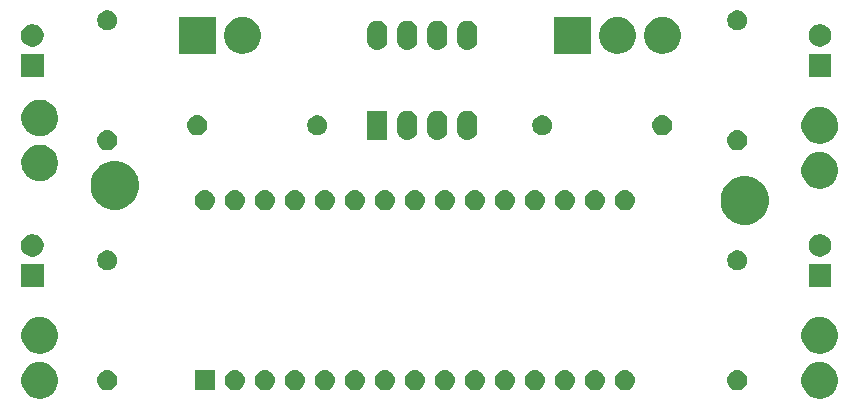
<source format=gbr>
G04 #@! TF.GenerationSoftware,KiCad,Pcbnew,(5.0.1-3-g963ef8bb5)*
G04 #@! TF.CreationDate,2019-07-11T22:25:35+01:00*
G04 #@! TF.ProjectId,KatanaSwitch,4B6174616E615377697463682E6B6963,rev?*
G04 #@! TF.SameCoordinates,Original*
G04 #@! TF.FileFunction,Soldermask,Bot*
G04 #@! TF.FilePolarity,Negative*
%FSLAX46Y46*%
G04 Gerber Fmt 4.6, Leading zero omitted, Abs format (unit mm)*
G04 Created by KiCad (PCBNEW (5.0.1-3-g963ef8bb5)) date Thursday, 11 July 2019 at 22:25:35*
%MOMM*%
%LPD*%
G01*
G04 APERTURE LIST*
%ADD10C,0.100000*%
G04 APERTURE END LIST*
D10*
G36*
X185137497Y-114058863D02*
X185237372Y-114078729D01*
X185354279Y-114127154D01*
X185519611Y-114195636D01*
X185773625Y-114365363D01*
X185989637Y-114581375D01*
X186159364Y-114835389D01*
X186276271Y-115117629D01*
X186335870Y-115417251D01*
X186335870Y-115722749D01*
X186276271Y-116022371D01*
X186159364Y-116304611D01*
X185989637Y-116558625D01*
X185773625Y-116774637D01*
X185519611Y-116944364D01*
X185354279Y-117012846D01*
X185237372Y-117061271D01*
X185137497Y-117081137D01*
X184937749Y-117120870D01*
X184632251Y-117120870D01*
X184432503Y-117081137D01*
X184332628Y-117061271D01*
X184215721Y-117012846D01*
X184050389Y-116944364D01*
X183796375Y-116774637D01*
X183580363Y-116558625D01*
X183410636Y-116304611D01*
X183293729Y-116022371D01*
X183234130Y-115722749D01*
X183234130Y-115417251D01*
X183293729Y-115117629D01*
X183410636Y-114835389D01*
X183580363Y-114581375D01*
X183796375Y-114365363D01*
X184050389Y-114195636D01*
X184215721Y-114127154D01*
X184332628Y-114078729D01*
X184432503Y-114058863D01*
X184632251Y-114019130D01*
X184937749Y-114019130D01*
X185137497Y-114058863D01*
X185137497Y-114058863D01*
G37*
G36*
X119097497Y-114058863D02*
X119197372Y-114078729D01*
X119314279Y-114127154D01*
X119479611Y-114195636D01*
X119733625Y-114365363D01*
X119949637Y-114581375D01*
X120119364Y-114835389D01*
X120236271Y-115117629D01*
X120295870Y-115417251D01*
X120295870Y-115722749D01*
X120236271Y-116022371D01*
X120119364Y-116304611D01*
X119949637Y-116558625D01*
X119733625Y-116774637D01*
X119479611Y-116944364D01*
X119314279Y-117012846D01*
X119197372Y-117061271D01*
X119097497Y-117081137D01*
X118897749Y-117120870D01*
X118592251Y-117120870D01*
X118392503Y-117081137D01*
X118292628Y-117061271D01*
X118175721Y-117012846D01*
X118010389Y-116944364D01*
X117756375Y-116774637D01*
X117540363Y-116558625D01*
X117370636Y-116304611D01*
X117253729Y-116022371D01*
X117194130Y-115722749D01*
X117194130Y-115417251D01*
X117253729Y-115117629D01*
X117370636Y-114835389D01*
X117540363Y-114581375D01*
X117756375Y-114365363D01*
X118010389Y-114195636D01*
X118175721Y-114127154D01*
X118292628Y-114078729D01*
X118392503Y-114058863D01*
X118592251Y-114019130D01*
X118897749Y-114019130D01*
X119097497Y-114058863D01*
X119097497Y-114058863D01*
G37*
G36*
X165901821Y-114731313D02*
X165901824Y-114731314D01*
X165901825Y-114731314D01*
X166062239Y-114779975D01*
X166062241Y-114779976D01*
X166062244Y-114779977D01*
X166210078Y-114858995D01*
X166339659Y-114965341D01*
X166446005Y-115094922D01*
X166525023Y-115242756D01*
X166573687Y-115403179D01*
X166590117Y-115570000D01*
X166573687Y-115736821D01*
X166525023Y-115897244D01*
X166446005Y-116045078D01*
X166339659Y-116174659D01*
X166210078Y-116281005D01*
X166062244Y-116360023D01*
X166062241Y-116360024D01*
X166062239Y-116360025D01*
X165901825Y-116408686D01*
X165901824Y-116408686D01*
X165901821Y-116408687D01*
X165776804Y-116421000D01*
X165693196Y-116421000D01*
X165568179Y-116408687D01*
X165568176Y-116408686D01*
X165568175Y-116408686D01*
X165407761Y-116360025D01*
X165407759Y-116360024D01*
X165407756Y-116360023D01*
X165259922Y-116281005D01*
X165130341Y-116174659D01*
X165023995Y-116045078D01*
X164944977Y-115897244D01*
X164896313Y-115736821D01*
X164879883Y-115570000D01*
X164896313Y-115403179D01*
X164944977Y-115242756D01*
X165023995Y-115094922D01*
X165130341Y-114965341D01*
X165259922Y-114858995D01*
X165407756Y-114779977D01*
X165407759Y-114779976D01*
X165407761Y-114779975D01*
X165568175Y-114731314D01*
X165568176Y-114731314D01*
X165568179Y-114731313D01*
X165693196Y-114719000D01*
X165776804Y-114719000D01*
X165901821Y-114731313D01*
X165901821Y-114731313D01*
G37*
G36*
X163361821Y-114731313D02*
X163361824Y-114731314D01*
X163361825Y-114731314D01*
X163522239Y-114779975D01*
X163522241Y-114779976D01*
X163522244Y-114779977D01*
X163670078Y-114858995D01*
X163799659Y-114965341D01*
X163906005Y-115094922D01*
X163985023Y-115242756D01*
X164033687Y-115403179D01*
X164050117Y-115570000D01*
X164033687Y-115736821D01*
X163985023Y-115897244D01*
X163906005Y-116045078D01*
X163799659Y-116174659D01*
X163670078Y-116281005D01*
X163522244Y-116360023D01*
X163522241Y-116360024D01*
X163522239Y-116360025D01*
X163361825Y-116408686D01*
X163361824Y-116408686D01*
X163361821Y-116408687D01*
X163236804Y-116421000D01*
X163153196Y-116421000D01*
X163028179Y-116408687D01*
X163028176Y-116408686D01*
X163028175Y-116408686D01*
X162867761Y-116360025D01*
X162867759Y-116360024D01*
X162867756Y-116360023D01*
X162719922Y-116281005D01*
X162590341Y-116174659D01*
X162483995Y-116045078D01*
X162404977Y-115897244D01*
X162356313Y-115736821D01*
X162339883Y-115570000D01*
X162356313Y-115403179D01*
X162404977Y-115242756D01*
X162483995Y-115094922D01*
X162590341Y-114965341D01*
X162719922Y-114858995D01*
X162867756Y-114779977D01*
X162867759Y-114779976D01*
X162867761Y-114779975D01*
X163028175Y-114731314D01*
X163028176Y-114731314D01*
X163028179Y-114731313D01*
X163153196Y-114719000D01*
X163236804Y-114719000D01*
X163361821Y-114731313D01*
X163361821Y-114731313D01*
G37*
G36*
X160821821Y-114731313D02*
X160821824Y-114731314D01*
X160821825Y-114731314D01*
X160982239Y-114779975D01*
X160982241Y-114779976D01*
X160982244Y-114779977D01*
X161130078Y-114858995D01*
X161259659Y-114965341D01*
X161366005Y-115094922D01*
X161445023Y-115242756D01*
X161493687Y-115403179D01*
X161510117Y-115570000D01*
X161493687Y-115736821D01*
X161445023Y-115897244D01*
X161366005Y-116045078D01*
X161259659Y-116174659D01*
X161130078Y-116281005D01*
X160982244Y-116360023D01*
X160982241Y-116360024D01*
X160982239Y-116360025D01*
X160821825Y-116408686D01*
X160821824Y-116408686D01*
X160821821Y-116408687D01*
X160696804Y-116421000D01*
X160613196Y-116421000D01*
X160488179Y-116408687D01*
X160488176Y-116408686D01*
X160488175Y-116408686D01*
X160327761Y-116360025D01*
X160327759Y-116360024D01*
X160327756Y-116360023D01*
X160179922Y-116281005D01*
X160050341Y-116174659D01*
X159943995Y-116045078D01*
X159864977Y-115897244D01*
X159816313Y-115736821D01*
X159799883Y-115570000D01*
X159816313Y-115403179D01*
X159864977Y-115242756D01*
X159943995Y-115094922D01*
X160050341Y-114965341D01*
X160179922Y-114858995D01*
X160327756Y-114779977D01*
X160327759Y-114779976D01*
X160327761Y-114779975D01*
X160488175Y-114731314D01*
X160488176Y-114731314D01*
X160488179Y-114731313D01*
X160613196Y-114719000D01*
X160696804Y-114719000D01*
X160821821Y-114731313D01*
X160821821Y-114731313D01*
G37*
G36*
X158281821Y-114731313D02*
X158281824Y-114731314D01*
X158281825Y-114731314D01*
X158442239Y-114779975D01*
X158442241Y-114779976D01*
X158442244Y-114779977D01*
X158590078Y-114858995D01*
X158719659Y-114965341D01*
X158826005Y-115094922D01*
X158905023Y-115242756D01*
X158953687Y-115403179D01*
X158970117Y-115570000D01*
X158953687Y-115736821D01*
X158905023Y-115897244D01*
X158826005Y-116045078D01*
X158719659Y-116174659D01*
X158590078Y-116281005D01*
X158442244Y-116360023D01*
X158442241Y-116360024D01*
X158442239Y-116360025D01*
X158281825Y-116408686D01*
X158281824Y-116408686D01*
X158281821Y-116408687D01*
X158156804Y-116421000D01*
X158073196Y-116421000D01*
X157948179Y-116408687D01*
X157948176Y-116408686D01*
X157948175Y-116408686D01*
X157787761Y-116360025D01*
X157787759Y-116360024D01*
X157787756Y-116360023D01*
X157639922Y-116281005D01*
X157510341Y-116174659D01*
X157403995Y-116045078D01*
X157324977Y-115897244D01*
X157276313Y-115736821D01*
X157259883Y-115570000D01*
X157276313Y-115403179D01*
X157324977Y-115242756D01*
X157403995Y-115094922D01*
X157510341Y-114965341D01*
X157639922Y-114858995D01*
X157787756Y-114779977D01*
X157787759Y-114779976D01*
X157787761Y-114779975D01*
X157948175Y-114731314D01*
X157948176Y-114731314D01*
X157948179Y-114731313D01*
X158073196Y-114719000D01*
X158156804Y-114719000D01*
X158281821Y-114731313D01*
X158281821Y-114731313D01*
G37*
G36*
X155741821Y-114731313D02*
X155741824Y-114731314D01*
X155741825Y-114731314D01*
X155902239Y-114779975D01*
X155902241Y-114779976D01*
X155902244Y-114779977D01*
X156050078Y-114858995D01*
X156179659Y-114965341D01*
X156286005Y-115094922D01*
X156365023Y-115242756D01*
X156413687Y-115403179D01*
X156430117Y-115570000D01*
X156413687Y-115736821D01*
X156365023Y-115897244D01*
X156286005Y-116045078D01*
X156179659Y-116174659D01*
X156050078Y-116281005D01*
X155902244Y-116360023D01*
X155902241Y-116360024D01*
X155902239Y-116360025D01*
X155741825Y-116408686D01*
X155741824Y-116408686D01*
X155741821Y-116408687D01*
X155616804Y-116421000D01*
X155533196Y-116421000D01*
X155408179Y-116408687D01*
X155408176Y-116408686D01*
X155408175Y-116408686D01*
X155247761Y-116360025D01*
X155247759Y-116360024D01*
X155247756Y-116360023D01*
X155099922Y-116281005D01*
X154970341Y-116174659D01*
X154863995Y-116045078D01*
X154784977Y-115897244D01*
X154736313Y-115736821D01*
X154719883Y-115570000D01*
X154736313Y-115403179D01*
X154784977Y-115242756D01*
X154863995Y-115094922D01*
X154970341Y-114965341D01*
X155099922Y-114858995D01*
X155247756Y-114779977D01*
X155247759Y-114779976D01*
X155247761Y-114779975D01*
X155408175Y-114731314D01*
X155408176Y-114731314D01*
X155408179Y-114731313D01*
X155533196Y-114719000D01*
X155616804Y-114719000D01*
X155741821Y-114731313D01*
X155741821Y-114731313D01*
G37*
G36*
X153201821Y-114731313D02*
X153201824Y-114731314D01*
X153201825Y-114731314D01*
X153362239Y-114779975D01*
X153362241Y-114779976D01*
X153362244Y-114779977D01*
X153510078Y-114858995D01*
X153639659Y-114965341D01*
X153746005Y-115094922D01*
X153825023Y-115242756D01*
X153873687Y-115403179D01*
X153890117Y-115570000D01*
X153873687Y-115736821D01*
X153825023Y-115897244D01*
X153746005Y-116045078D01*
X153639659Y-116174659D01*
X153510078Y-116281005D01*
X153362244Y-116360023D01*
X153362241Y-116360024D01*
X153362239Y-116360025D01*
X153201825Y-116408686D01*
X153201824Y-116408686D01*
X153201821Y-116408687D01*
X153076804Y-116421000D01*
X152993196Y-116421000D01*
X152868179Y-116408687D01*
X152868176Y-116408686D01*
X152868175Y-116408686D01*
X152707761Y-116360025D01*
X152707759Y-116360024D01*
X152707756Y-116360023D01*
X152559922Y-116281005D01*
X152430341Y-116174659D01*
X152323995Y-116045078D01*
X152244977Y-115897244D01*
X152196313Y-115736821D01*
X152179883Y-115570000D01*
X152196313Y-115403179D01*
X152244977Y-115242756D01*
X152323995Y-115094922D01*
X152430341Y-114965341D01*
X152559922Y-114858995D01*
X152707756Y-114779977D01*
X152707759Y-114779976D01*
X152707761Y-114779975D01*
X152868175Y-114731314D01*
X152868176Y-114731314D01*
X152868179Y-114731313D01*
X152993196Y-114719000D01*
X153076804Y-114719000D01*
X153201821Y-114731313D01*
X153201821Y-114731313D01*
G37*
G36*
X150661821Y-114731313D02*
X150661824Y-114731314D01*
X150661825Y-114731314D01*
X150822239Y-114779975D01*
X150822241Y-114779976D01*
X150822244Y-114779977D01*
X150970078Y-114858995D01*
X151099659Y-114965341D01*
X151206005Y-115094922D01*
X151285023Y-115242756D01*
X151333687Y-115403179D01*
X151350117Y-115570000D01*
X151333687Y-115736821D01*
X151285023Y-115897244D01*
X151206005Y-116045078D01*
X151099659Y-116174659D01*
X150970078Y-116281005D01*
X150822244Y-116360023D01*
X150822241Y-116360024D01*
X150822239Y-116360025D01*
X150661825Y-116408686D01*
X150661824Y-116408686D01*
X150661821Y-116408687D01*
X150536804Y-116421000D01*
X150453196Y-116421000D01*
X150328179Y-116408687D01*
X150328176Y-116408686D01*
X150328175Y-116408686D01*
X150167761Y-116360025D01*
X150167759Y-116360024D01*
X150167756Y-116360023D01*
X150019922Y-116281005D01*
X149890341Y-116174659D01*
X149783995Y-116045078D01*
X149704977Y-115897244D01*
X149656313Y-115736821D01*
X149639883Y-115570000D01*
X149656313Y-115403179D01*
X149704977Y-115242756D01*
X149783995Y-115094922D01*
X149890341Y-114965341D01*
X150019922Y-114858995D01*
X150167756Y-114779977D01*
X150167759Y-114779976D01*
X150167761Y-114779975D01*
X150328175Y-114731314D01*
X150328176Y-114731314D01*
X150328179Y-114731313D01*
X150453196Y-114719000D01*
X150536804Y-114719000D01*
X150661821Y-114731313D01*
X150661821Y-114731313D01*
G37*
G36*
X148121821Y-114731313D02*
X148121824Y-114731314D01*
X148121825Y-114731314D01*
X148282239Y-114779975D01*
X148282241Y-114779976D01*
X148282244Y-114779977D01*
X148430078Y-114858995D01*
X148559659Y-114965341D01*
X148666005Y-115094922D01*
X148745023Y-115242756D01*
X148793687Y-115403179D01*
X148810117Y-115570000D01*
X148793687Y-115736821D01*
X148745023Y-115897244D01*
X148666005Y-116045078D01*
X148559659Y-116174659D01*
X148430078Y-116281005D01*
X148282244Y-116360023D01*
X148282241Y-116360024D01*
X148282239Y-116360025D01*
X148121825Y-116408686D01*
X148121824Y-116408686D01*
X148121821Y-116408687D01*
X147996804Y-116421000D01*
X147913196Y-116421000D01*
X147788179Y-116408687D01*
X147788176Y-116408686D01*
X147788175Y-116408686D01*
X147627761Y-116360025D01*
X147627759Y-116360024D01*
X147627756Y-116360023D01*
X147479922Y-116281005D01*
X147350341Y-116174659D01*
X147243995Y-116045078D01*
X147164977Y-115897244D01*
X147116313Y-115736821D01*
X147099883Y-115570000D01*
X147116313Y-115403179D01*
X147164977Y-115242756D01*
X147243995Y-115094922D01*
X147350341Y-114965341D01*
X147479922Y-114858995D01*
X147627756Y-114779977D01*
X147627759Y-114779976D01*
X147627761Y-114779975D01*
X147788175Y-114731314D01*
X147788176Y-114731314D01*
X147788179Y-114731313D01*
X147913196Y-114719000D01*
X147996804Y-114719000D01*
X148121821Y-114731313D01*
X148121821Y-114731313D01*
G37*
G36*
X145581821Y-114731313D02*
X145581824Y-114731314D01*
X145581825Y-114731314D01*
X145742239Y-114779975D01*
X145742241Y-114779976D01*
X145742244Y-114779977D01*
X145890078Y-114858995D01*
X146019659Y-114965341D01*
X146126005Y-115094922D01*
X146205023Y-115242756D01*
X146253687Y-115403179D01*
X146270117Y-115570000D01*
X146253687Y-115736821D01*
X146205023Y-115897244D01*
X146126005Y-116045078D01*
X146019659Y-116174659D01*
X145890078Y-116281005D01*
X145742244Y-116360023D01*
X145742241Y-116360024D01*
X145742239Y-116360025D01*
X145581825Y-116408686D01*
X145581824Y-116408686D01*
X145581821Y-116408687D01*
X145456804Y-116421000D01*
X145373196Y-116421000D01*
X145248179Y-116408687D01*
X145248176Y-116408686D01*
X145248175Y-116408686D01*
X145087761Y-116360025D01*
X145087759Y-116360024D01*
X145087756Y-116360023D01*
X144939922Y-116281005D01*
X144810341Y-116174659D01*
X144703995Y-116045078D01*
X144624977Y-115897244D01*
X144576313Y-115736821D01*
X144559883Y-115570000D01*
X144576313Y-115403179D01*
X144624977Y-115242756D01*
X144703995Y-115094922D01*
X144810341Y-114965341D01*
X144939922Y-114858995D01*
X145087756Y-114779977D01*
X145087759Y-114779976D01*
X145087761Y-114779975D01*
X145248175Y-114731314D01*
X145248176Y-114731314D01*
X145248179Y-114731313D01*
X145373196Y-114719000D01*
X145456804Y-114719000D01*
X145581821Y-114731313D01*
X145581821Y-114731313D01*
G37*
G36*
X143041821Y-114731313D02*
X143041824Y-114731314D01*
X143041825Y-114731314D01*
X143202239Y-114779975D01*
X143202241Y-114779976D01*
X143202244Y-114779977D01*
X143350078Y-114858995D01*
X143479659Y-114965341D01*
X143586005Y-115094922D01*
X143665023Y-115242756D01*
X143713687Y-115403179D01*
X143730117Y-115570000D01*
X143713687Y-115736821D01*
X143665023Y-115897244D01*
X143586005Y-116045078D01*
X143479659Y-116174659D01*
X143350078Y-116281005D01*
X143202244Y-116360023D01*
X143202241Y-116360024D01*
X143202239Y-116360025D01*
X143041825Y-116408686D01*
X143041824Y-116408686D01*
X143041821Y-116408687D01*
X142916804Y-116421000D01*
X142833196Y-116421000D01*
X142708179Y-116408687D01*
X142708176Y-116408686D01*
X142708175Y-116408686D01*
X142547761Y-116360025D01*
X142547759Y-116360024D01*
X142547756Y-116360023D01*
X142399922Y-116281005D01*
X142270341Y-116174659D01*
X142163995Y-116045078D01*
X142084977Y-115897244D01*
X142036313Y-115736821D01*
X142019883Y-115570000D01*
X142036313Y-115403179D01*
X142084977Y-115242756D01*
X142163995Y-115094922D01*
X142270341Y-114965341D01*
X142399922Y-114858995D01*
X142547756Y-114779977D01*
X142547759Y-114779976D01*
X142547761Y-114779975D01*
X142708175Y-114731314D01*
X142708176Y-114731314D01*
X142708179Y-114731313D01*
X142833196Y-114719000D01*
X142916804Y-114719000D01*
X143041821Y-114731313D01*
X143041821Y-114731313D01*
G37*
G36*
X140501821Y-114731313D02*
X140501824Y-114731314D01*
X140501825Y-114731314D01*
X140662239Y-114779975D01*
X140662241Y-114779976D01*
X140662244Y-114779977D01*
X140810078Y-114858995D01*
X140939659Y-114965341D01*
X141046005Y-115094922D01*
X141125023Y-115242756D01*
X141173687Y-115403179D01*
X141190117Y-115570000D01*
X141173687Y-115736821D01*
X141125023Y-115897244D01*
X141046005Y-116045078D01*
X140939659Y-116174659D01*
X140810078Y-116281005D01*
X140662244Y-116360023D01*
X140662241Y-116360024D01*
X140662239Y-116360025D01*
X140501825Y-116408686D01*
X140501824Y-116408686D01*
X140501821Y-116408687D01*
X140376804Y-116421000D01*
X140293196Y-116421000D01*
X140168179Y-116408687D01*
X140168176Y-116408686D01*
X140168175Y-116408686D01*
X140007761Y-116360025D01*
X140007759Y-116360024D01*
X140007756Y-116360023D01*
X139859922Y-116281005D01*
X139730341Y-116174659D01*
X139623995Y-116045078D01*
X139544977Y-115897244D01*
X139496313Y-115736821D01*
X139479883Y-115570000D01*
X139496313Y-115403179D01*
X139544977Y-115242756D01*
X139623995Y-115094922D01*
X139730341Y-114965341D01*
X139859922Y-114858995D01*
X140007756Y-114779977D01*
X140007759Y-114779976D01*
X140007761Y-114779975D01*
X140168175Y-114731314D01*
X140168176Y-114731314D01*
X140168179Y-114731313D01*
X140293196Y-114719000D01*
X140376804Y-114719000D01*
X140501821Y-114731313D01*
X140501821Y-114731313D01*
G37*
G36*
X137961821Y-114731313D02*
X137961824Y-114731314D01*
X137961825Y-114731314D01*
X138122239Y-114779975D01*
X138122241Y-114779976D01*
X138122244Y-114779977D01*
X138270078Y-114858995D01*
X138399659Y-114965341D01*
X138506005Y-115094922D01*
X138585023Y-115242756D01*
X138633687Y-115403179D01*
X138650117Y-115570000D01*
X138633687Y-115736821D01*
X138585023Y-115897244D01*
X138506005Y-116045078D01*
X138399659Y-116174659D01*
X138270078Y-116281005D01*
X138122244Y-116360023D01*
X138122241Y-116360024D01*
X138122239Y-116360025D01*
X137961825Y-116408686D01*
X137961824Y-116408686D01*
X137961821Y-116408687D01*
X137836804Y-116421000D01*
X137753196Y-116421000D01*
X137628179Y-116408687D01*
X137628176Y-116408686D01*
X137628175Y-116408686D01*
X137467761Y-116360025D01*
X137467759Y-116360024D01*
X137467756Y-116360023D01*
X137319922Y-116281005D01*
X137190341Y-116174659D01*
X137083995Y-116045078D01*
X137004977Y-115897244D01*
X136956313Y-115736821D01*
X136939883Y-115570000D01*
X136956313Y-115403179D01*
X137004977Y-115242756D01*
X137083995Y-115094922D01*
X137190341Y-114965341D01*
X137319922Y-114858995D01*
X137467756Y-114779977D01*
X137467759Y-114779976D01*
X137467761Y-114779975D01*
X137628175Y-114731314D01*
X137628176Y-114731314D01*
X137628179Y-114731313D01*
X137753196Y-114719000D01*
X137836804Y-114719000D01*
X137961821Y-114731313D01*
X137961821Y-114731313D01*
G37*
G36*
X135421821Y-114731313D02*
X135421824Y-114731314D01*
X135421825Y-114731314D01*
X135582239Y-114779975D01*
X135582241Y-114779976D01*
X135582244Y-114779977D01*
X135730078Y-114858995D01*
X135859659Y-114965341D01*
X135966005Y-115094922D01*
X136045023Y-115242756D01*
X136093687Y-115403179D01*
X136110117Y-115570000D01*
X136093687Y-115736821D01*
X136045023Y-115897244D01*
X135966005Y-116045078D01*
X135859659Y-116174659D01*
X135730078Y-116281005D01*
X135582244Y-116360023D01*
X135582241Y-116360024D01*
X135582239Y-116360025D01*
X135421825Y-116408686D01*
X135421824Y-116408686D01*
X135421821Y-116408687D01*
X135296804Y-116421000D01*
X135213196Y-116421000D01*
X135088179Y-116408687D01*
X135088176Y-116408686D01*
X135088175Y-116408686D01*
X134927761Y-116360025D01*
X134927759Y-116360024D01*
X134927756Y-116360023D01*
X134779922Y-116281005D01*
X134650341Y-116174659D01*
X134543995Y-116045078D01*
X134464977Y-115897244D01*
X134416313Y-115736821D01*
X134399883Y-115570000D01*
X134416313Y-115403179D01*
X134464977Y-115242756D01*
X134543995Y-115094922D01*
X134650341Y-114965341D01*
X134779922Y-114858995D01*
X134927756Y-114779977D01*
X134927759Y-114779976D01*
X134927761Y-114779975D01*
X135088175Y-114731314D01*
X135088176Y-114731314D01*
X135088179Y-114731313D01*
X135213196Y-114719000D01*
X135296804Y-114719000D01*
X135421821Y-114731313D01*
X135421821Y-114731313D01*
G37*
G36*
X133566000Y-116421000D02*
X131864000Y-116421000D01*
X131864000Y-114719000D01*
X133566000Y-114719000D01*
X133566000Y-116421000D01*
X133566000Y-116421000D01*
G37*
G36*
X124626821Y-114731313D02*
X124626824Y-114731314D01*
X124626825Y-114731314D01*
X124787239Y-114779975D01*
X124787241Y-114779976D01*
X124787244Y-114779977D01*
X124935078Y-114858995D01*
X125064659Y-114965341D01*
X125171005Y-115094922D01*
X125250023Y-115242756D01*
X125298687Y-115403179D01*
X125315117Y-115570000D01*
X125298687Y-115736821D01*
X125250023Y-115897244D01*
X125171005Y-116045078D01*
X125064659Y-116174659D01*
X124935078Y-116281005D01*
X124787244Y-116360023D01*
X124787241Y-116360024D01*
X124787239Y-116360025D01*
X124626825Y-116408686D01*
X124626824Y-116408686D01*
X124626821Y-116408687D01*
X124501804Y-116421000D01*
X124418196Y-116421000D01*
X124293179Y-116408687D01*
X124293176Y-116408686D01*
X124293175Y-116408686D01*
X124132761Y-116360025D01*
X124132759Y-116360024D01*
X124132756Y-116360023D01*
X123984922Y-116281005D01*
X123855341Y-116174659D01*
X123748995Y-116045078D01*
X123669977Y-115897244D01*
X123621313Y-115736821D01*
X123604883Y-115570000D01*
X123621313Y-115403179D01*
X123669977Y-115242756D01*
X123748995Y-115094922D01*
X123855341Y-114965341D01*
X123984922Y-114858995D01*
X124132756Y-114779977D01*
X124132759Y-114779976D01*
X124132761Y-114779975D01*
X124293175Y-114731314D01*
X124293176Y-114731314D01*
X124293179Y-114731313D01*
X124418196Y-114719000D01*
X124501804Y-114719000D01*
X124626821Y-114731313D01*
X124626821Y-114731313D01*
G37*
G36*
X177966821Y-114731313D02*
X177966824Y-114731314D01*
X177966825Y-114731314D01*
X178127239Y-114779975D01*
X178127241Y-114779976D01*
X178127244Y-114779977D01*
X178275078Y-114858995D01*
X178404659Y-114965341D01*
X178511005Y-115094922D01*
X178590023Y-115242756D01*
X178638687Y-115403179D01*
X178655117Y-115570000D01*
X178638687Y-115736821D01*
X178590023Y-115897244D01*
X178511005Y-116045078D01*
X178404659Y-116174659D01*
X178275078Y-116281005D01*
X178127244Y-116360023D01*
X178127241Y-116360024D01*
X178127239Y-116360025D01*
X177966825Y-116408686D01*
X177966824Y-116408686D01*
X177966821Y-116408687D01*
X177841804Y-116421000D01*
X177758196Y-116421000D01*
X177633179Y-116408687D01*
X177633176Y-116408686D01*
X177633175Y-116408686D01*
X177472761Y-116360025D01*
X177472759Y-116360024D01*
X177472756Y-116360023D01*
X177324922Y-116281005D01*
X177195341Y-116174659D01*
X177088995Y-116045078D01*
X177009977Y-115897244D01*
X176961313Y-115736821D01*
X176944883Y-115570000D01*
X176961313Y-115403179D01*
X177009977Y-115242756D01*
X177088995Y-115094922D01*
X177195341Y-114965341D01*
X177324922Y-114858995D01*
X177472756Y-114779977D01*
X177472759Y-114779976D01*
X177472761Y-114779975D01*
X177633175Y-114731314D01*
X177633176Y-114731314D01*
X177633179Y-114731313D01*
X177758196Y-114719000D01*
X177841804Y-114719000D01*
X177966821Y-114731313D01*
X177966821Y-114731313D01*
G37*
G36*
X168441821Y-114731313D02*
X168441824Y-114731314D01*
X168441825Y-114731314D01*
X168602239Y-114779975D01*
X168602241Y-114779976D01*
X168602244Y-114779977D01*
X168750078Y-114858995D01*
X168879659Y-114965341D01*
X168986005Y-115094922D01*
X169065023Y-115242756D01*
X169113687Y-115403179D01*
X169130117Y-115570000D01*
X169113687Y-115736821D01*
X169065023Y-115897244D01*
X168986005Y-116045078D01*
X168879659Y-116174659D01*
X168750078Y-116281005D01*
X168602244Y-116360023D01*
X168602241Y-116360024D01*
X168602239Y-116360025D01*
X168441825Y-116408686D01*
X168441824Y-116408686D01*
X168441821Y-116408687D01*
X168316804Y-116421000D01*
X168233196Y-116421000D01*
X168108179Y-116408687D01*
X168108176Y-116408686D01*
X168108175Y-116408686D01*
X167947761Y-116360025D01*
X167947759Y-116360024D01*
X167947756Y-116360023D01*
X167799922Y-116281005D01*
X167670341Y-116174659D01*
X167563995Y-116045078D01*
X167484977Y-115897244D01*
X167436313Y-115736821D01*
X167419883Y-115570000D01*
X167436313Y-115403179D01*
X167484977Y-115242756D01*
X167563995Y-115094922D01*
X167670341Y-114965341D01*
X167799922Y-114858995D01*
X167947756Y-114779977D01*
X167947759Y-114779976D01*
X167947761Y-114779975D01*
X168108175Y-114731314D01*
X168108176Y-114731314D01*
X168108179Y-114731313D01*
X168233196Y-114719000D01*
X168316804Y-114719000D01*
X168441821Y-114731313D01*
X168441821Y-114731313D01*
G37*
G36*
X119097497Y-110248863D02*
X119197372Y-110268729D01*
X119314279Y-110317154D01*
X119479611Y-110385636D01*
X119733625Y-110555363D01*
X119949637Y-110771375D01*
X120119364Y-111025389D01*
X120236271Y-111307629D01*
X120295870Y-111607251D01*
X120295870Y-111912749D01*
X120236271Y-112212371D01*
X120119364Y-112494611D01*
X119949637Y-112748625D01*
X119733625Y-112964637D01*
X119479611Y-113134364D01*
X119314279Y-113202846D01*
X119197372Y-113251271D01*
X119097497Y-113271137D01*
X118897749Y-113310870D01*
X118592251Y-113310870D01*
X118392503Y-113271137D01*
X118292628Y-113251271D01*
X118175721Y-113202846D01*
X118010389Y-113134364D01*
X117756375Y-112964637D01*
X117540363Y-112748625D01*
X117370636Y-112494611D01*
X117253729Y-112212371D01*
X117194130Y-111912749D01*
X117194130Y-111607251D01*
X117253729Y-111307629D01*
X117370636Y-111025389D01*
X117540363Y-110771375D01*
X117756375Y-110555363D01*
X118010389Y-110385636D01*
X118175721Y-110317154D01*
X118292628Y-110268729D01*
X118392503Y-110248863D01*
X118592251Y-110209130D01*
X118897749Y-110209130D01*
X119097497Y-110248863D01*
X119097497Y-110248863D01*
G37*
G36*
X185137497Y-110248863D02*
X185237372Y-110268729D01*
X185354279Y-110317154D01*
X185519611Y-110385636D01*
X185773625Y-110555363D01*
X185989637Y-110771375D01*
X186159364Y-111025389D01*
X186276271Y-111307629D01*
X186335870Y-111607251D01*
X186335870Y-111912749D01*
X186276271Y-112212371D01*
X186159364Y-112494611D01*
X185989637Y-112748625D01*
X185773625Y-112964637D01*
X185519611Y-113134364D01*
X185354279Y-113202846D01*
X185237372Y-113251271D01*
X185137497Y-113271137D01*
X184937749Y-113310870D01*
X184632251Y-113310870D01*
X184432503Y-113271137D01*
X184332628Y-113251271D01*
X184215721Y-113202846D01*
X184050389Y-113134364D01*
X183796375Y-112964637D01*
X183580363Y-112748625D01*
X183410636Y-112494611D01*
X183293729Y-112212371D01*
X183234130Y-111912749D01*
X183234130Y-111607251D01*
X183293729Y-111307629D01*
X183410636Y-111025389D01*
X183580363Y-110771375D01*
X183796375Y-110555363D01*
X184050389Y-110385636D01*
X184215721Y-110317154D01*
X184332628Y-110268729D01*
X184432503Y-110248863D01*
X184632251Y-110209130D01*
X184937749Y-110209130D01*
X185137497Y-110248863D01*
X185137497Y-110248863D01*
G37*
G36*
X119061000Y-107631000D02*
X117159000Y-107631000D01*
X117159000Y-105729000D01*
X119061000Y-105729000D01*
X119061000Y-107631000D01*
X119061000Y-107631000D01*
G37*
G36*
X185736000Y-107631000D02*
X183834000Y-107631000D01*
X183834000Y-105729000D01*
X185736000Y-105729000D01*
X185736000Y-107631000D01*
X185736000Y-107631000D01*
G37*
G36*
X124708228Y-104591703D02*
X124863100Y-104655853D01*
X125002481Y-104748985D01*
X125121015Y-104867519D01*
X125214147Y-105006900D01*
X125278297Y-105161772D01*
X125311000Y-105326184D01*
X125311000Y-105493816D01*
X125278297Y-105658228D01*
X125214147Y-105813100D01*
X125121015Y-105952481D01*
X125002481Y-106071015D01*
X124863100Y-106164147D01*
X124708228Y-106228297D01*
X124543816Y-106261000D01*
X124376184Y-106261000D01*
X124211772Y-106228297D01*
X124056900Y-106164147D01*
X123917519Y-106071015D01*
X123798985Y-105952481D01*
X123705853Y-105813100D01*
X123641703Y-105658228D01*
X123609000Y-105493816D01*
X123609000Y-105326184D01*
X123641703Y-105161772D01*
X123705853Y-105006900D01*
X123798985Y-104867519D01*
X123917519Y-104748985D01*
X124056900Y-104655853D01*
X124211772Y-104591703D01*
X124376184Y-104559000D01*
X124543816Y-104559000D01*
X124708228Y-104591703D01*
X124708228Y-104591703D01*
G37*
G36*
X178048228Y-104591703D02*
X178203100Y-104655853D01*
X178342481Y-104748985D01*
X178461015Y-104867519D01*
X178554147Y-105006900D01*
X178618297Y-105161772D01*
X178651000Y-105326184D01*
X178651000Y-105493816D01*
X178618297Y-105658228D01*
X178554147Y-105813100D01*
X178461015Y-105952481D01*
X178342481Y-106071015D01*
X178203100Y-106164147D01*
X178048228Y-106228297D01*
X177883816Y-106261000D01*
X177716184Y-106261000D01*
X177551772Y-106228297D01*
X177396900Y-106164147D01*
X177257519Y-106071015D01*
X177138985Y-105952481D01*
X177045853Y-105813100D01*
X176981703Y-105658228D01*
X176949000Y-105493816D01*
X176949000Y-105326184D01*
X176981703Y-105161772D01*
X177045853Y-105006900D01*
X177138985Y-104867519D01*
X177257519Y-104748985D01*
X177396900Y-104655853D01*
X177551772Y-104591703D01*
X177716184Y-104559000D01*
X177883816Y-104559000D01*
X178048228Y-104591703D01*
X178048228Y-104591703D01*
G37*
G36*
X185062396Y-103225546D02*
X185235466Y-103297234D01*
X185391230Y-103401312D01*
X185523688Y-103533770D01*
X185627766Y-103689534D01*
X185699454Y-103862604D01*
X185736000Y-104046333D01*
X185736000Y-104233667D01*
X185699454Y-104417396D01*
X185627766Y-104590466D01*
X185523688Y-104746230D01*
X185391230Y-104878688D01*
X185235466Y-104982766D01*
X185062396Y-105054454D01*
X184878667Y-105091000D01*
X184691333Y-105091000D01*
X184507604Y-105054454D01*
X184334534Y-104982766D01*
X184178770Y-104878688D01*
X184046312Y-104746230D01*
X183942234Y-104590466D01*
X183870546Y-104417396D01*
X183834000Y-104233667D01*
X183834000Y-104046333D01*
X183870546Y-103862604D01*
X183942234Y-103689534D01*
X184046312Y-103533770D01*
X184178770Y-103401312D01*
X184334534Y-103297234D01*
X184507604Y-103225546D01*
X184691333Y-103189000D01*
X184878667Y-103189000D01*
X185062396Y-103225546D01*
X185062396Y-103225546D01*
G37*
G36*
X118387396Y-103225546D02*
X118560466Y-103297234D01*
X118716230Y-103401312D01*
X118848688Y-103533770D01*
X118952766Y-103689534D01*
X119024454Y-103862604D01*
X119061000Y-104046333D01*
X119061000Y-104233667D01*
X119024454Y-104417396D01*
X118952766Y-104590466D01*
X118848688Y-104746230D01*
X118716230Y-104878688D01*
X118560466Y-104982766D01*
X118387396Y-105054454D01*
X118203667Y-105091000D01*
X118016333Y-105091000D01*
X117832604Y-105054454D01*
X117659534Y-104982766D01*
X117503770Y-104878688D01*
X117371312Y-104746230D01*
X117267234Y-104590466D01*
X117195546Y-104417396D01*
X117159000Y-104233667D01*
X117159000Y-104046333D01*
X117195546Y-103862604D01*
X117267234Y-103689534D01*
X117371312Y-103533770D01*
X117503770Y-103401312D01*
X117659534Y-103297234D01*
X117832604Y-103225546D01*
X118016333Y-103189000D01*
X118203667Y-103189000D01*
X118387396Y-103225546D01*
X118387396Y-103225546D01*
G37*
G36*
X179033252Y-98357818D02*
X179033254Y-98357819D01*
X179033255Y-98357819D01*
X179406513Y-98512427D01*
X179424749Y-98524612D01*
X179742439Y-98736886D01*
X180028114Y-99022561D01*
X180028116Y-99022564D01*
X180252573Y-99358487D01*
X180404528Y-99725341D01*
X180407182Y-99731748D01*
X180486000Y-100127993D01*
X180486000Y-100532007D01*
X180417263Y-100877573D01*
X180407181Y-100928255D01*
X180252573Y-101301513D01*
X180252572Y-101301514D01*
X180028114Y-101637439D01*
X179742439Y-101923114D01*
X179742436Y-101923116D01*
X179406513Y-102147573D01*
X179033255Y-102302181D01*
X179033254Y-102302181D01*
X179033252Y-102302182D01*
X178637007Y-102381000D01*
X178232993Y-102381000D01*
X177836748Y-102302182D01*
X177836746Y-102302181D01*
X177836745Y-102302181D01*
X177463487Y-102147573D01*
X177127564Y-101923116D01*
X177127561Y-101923114D01*
X176841886Y-101637439D01*
X176617428Y-101301514D01*
X176617427Y-101301513D01*
X176462819Y-100928255D01*
X176452738Y-100877573D01*
X176384000Y-100532007D01*
X176384000Y-100127993D01*
X176462818Y-99731748D01*
X176465472Y-99725341D01*
X176617427Y-99358487D01*
X176841884Y-99022564D01*
X176841886Y-99022561D01*
X177127561Y-98736886D01*
X177445251Y-98524612D01*
X177463487Y-98512427D01*
X177836745Y-98357819D01*
X177836746Y-98357819D01*
X177836748Y-98357818D01*
X178232993Y-98279000D01*
X178637007Y-98279000D01*
X179033252Y-98357818D01*
X179033252Y-98357818D01*
G37*
G36*
X168441821Y-99491313D02*
X168441824Y-99491314D01*
X168441825Y-99491314D01*
X168602239Y-99539975D01*
X168602241Y-99539976D01*
X168602244Y-99539977D01*
X168750078Y-99618995D01*
X168879659Y-99725341D01*
X168986005Y-99854922D01*
X169065023Y-100002756D01*
X169065024Y-100002759D01*
X169065025Y-100002761D01*
X169103014Y-100127994D01*
X169113687Y-100163179D01*
X169130117Y-100330000D01*
X169113687Y-100496821D01*
X169113686Y-100496824D01*
X169113686Y-100496825D01*
X169066276Y-100653116D01*
X169065023Y-100657244D01*
X168986005Y-100805078D01*
X168879659Y-100934659D01*
X168750078Y-101041005D01*
X168602244Y-101120023D01*
X168602241Y-101120024D01*
X168602239Y-101120025D01*
X168441825Y-101168686D01*
X168441824Y-101168686D01*
X168441821Y-101168687D01*
X168316804Y-101181000D01*
X168233196Y-101181000D01*
X168108179Y-101168687D01*
X168108176Y-101168686D01*
X168108175Y-101168686D01*
X167947761Y-101120025D01*
X167947759Y-101120024D01*
X167947756Y-101120023D01*
X167799922Y-101041005D01*
X167670341Y-100934659D01*
X167563995Y-100805078D01*
X167484977Y-100657244D01*
X167483725Y-100653116D01*
X167436314Y-100496825D01*
X167436314Y-100496824D01*
X167436313Y-100496821D01*
X167419883Y-100330000D01*
X167436313Y-100163179D01*
X167446986Y-100127994D01*
X167484975Y-100002761D01*
X167484976Y-100002759D01*
X167484977Y-100002756D01*
X167563995Y-99854922D01*
X167670341Y-99725341D01*
X167799922Y-99618995D01*
X167947756Y-99539977D01*
X167947759Y-99539976D01*
X167947761Y-99539975D01*
X168108175Y-99491314D01*
X168108176Y-99491314D01*
X168108179Y-99491313D01*
X168233196Y-99479000D01*
X168316804Y-99479000D01*
X168441821Y-99491313D01*
X168441821Y-99491313D01*
G37*
G36*
X145581821Y-99491313D02*
X145581824Y-99491314D01*
X145581825Y-99491314D01*
X145742239Y-99539975D01*
X145742241Y-99539976D01*
X145742244Y-99539977D01*
X145890078Y-99618995D01*
X146019659Y-99725341D01*
X146126005Y-99854922D01*
X146205023Y-100002756D01*
X146205024Y-100002759D01*
X146205025Y-100002761D01*
X146243014Y-100127994D01*
X146253687Y-100163179D01*
X146270117Y-100330000D01*
X146253687Y-100496821D01*
X146253686Y-100496824D01*
X146253686Y-100496825D01*
X146206276Y-100653116D01*
X146205023Y-100657244D01*
X146126005Y-100805078D01*
X146019659Y-100934659D01*
X145890078Y-101041005D01*
X145742244Y-101120023D01*
X145742241Y-101120024D01*
X145742239Y-101120025D01*
X145581825Y-101168686D01*
X145581824Y-101168686D01*
X145581821Y-101168687D01*
X145456804Y-101181000D01*
X145373196Y-101181000D01*
X145248179Y-101168687D01*
X145248176Y-101168686D01*
X145248175Y-101168686D01*
X145087761Y-101120025D01*
X145087759Y-101120024D01*
X145087756Y-101120023D01*
X144939922Y-101041005D01*
X144810341Y-100934659D01*
X144703995Y-100805078D01*
X144624977Y-100657244D01*
X144623725Y-100653116D01*
X144576314Y-100496825D01*
X144576314Y-100496824D01*
X144576313Y-100496821D01*
X144559883Y-100330000D01*
X144576313Y-100163179D01*
X144586986Y-100127994D01*
X144624975Y-100002761D01*
X144624976Y-100002759D01*
X144624977Y-100002756D01*
X144703995Y-99854922D01*
X144810341Y-99725341D01*
X144939922Y-99618995D01*
X145087756Y-99539977D01*
X145087759Y-99539976D01*
X145087761Y-99539975D01*
X145248175Y-99491314D01*
X145248176Y-99491314D01*
X145248179Y-99491313D01*
X145373196Y-99479000D01*
X145456804Y-99479000D01*
X145581821Y-99491313D01*
X145581821Y-99491313D01*
G37*
G36*
X132881821Y-99491313D02*
X132881824Y-99491314D01*
X132881825Y-99491314D01*
X133042239Y-99539975D01*
X133042241Y-99539976D01*
X133042244Y-99539977D01*
X133190078Y-99618995D01*
X133319659Y-99725341D01*
X133426005Y-99854922D01*
X133505023Y-100002756D01*
X133505024Y-100002759D01*
X133505025Y-100002761D01*
X133543014Y-100127994D01*
X133553687Y-100163179D01*
X133570117Y-100330000D01*
X133553687Y-100496821D01*
X133553686Y-100496824D01*
X133553686Y-100496825D01*
X133506276Y-100653116D01*
X133505023Y-100657244D01*
X133426005Y-100805078D01*
X133319659Y-100934659D01*
X133190078Y-101041005D01*
X133042244Y-101120023D01*
X133042241Y-101120024D01*
X133042239Y-101120025D01*
X132881825Y-101168686D01*
X132881824Y-101168686D01*
X132881821Y-101168687D01*
X132756804Y-101181000D01*
X132673196Y-101181000D01*
X132548179Y-101168687D01*
X132548176Y-101168686D01*
X132548175Y-101168686D01*
X132387761Y-101120025D01*
X132387759Y-101120024D01*
X132387756Y-101120023D01*
X132239922Y-101041005D01*
X132110341Y-100934659D01*
X132003995Y-100805078D01*
X131924977Y-100657244D01*
X131923725Y-100653116D01*
X131876314Y-100496825D01*
X131876314Y-100496824D01*
X131876313Y-100496821D01*
X131859883Y-100330000D01*
X131876313Y-100163179D01*
X131886986Y-100127994D01*
X131924975Y-100002761D01*
X131924976Y-100002759D01*
X131924977Y-100002756D01*
X132003995Y-99854922D01*
X132110341Y-99725341D01*
X132239922Y-99618995D01*
X132387756Y-99539977D01*
X132387759Y-99539976D01*
X132387761Y-99539975D01*
X132548175Y-99491314D01*
X132548176Y-99491314D01*
X132548179Y-99491313D01*
X132673196Y-99479000D01*
X132756804Y-99479000D01*
X132881821Y-99491313D01*
X132881821Y-99491313D01*
G37*
G36*
X148121821Y-99491313D02*
X148121824Y-99491314D01*
X148121825Y-99491314D01*
X148282239Y-99539975D01*
X148282241Y-99539976D01*
X148282244Y-99539977D01*
X148430078Y-99618995D01*
X148559659Y-99725341D01*
X148666005Y-99854922D01*
X148745023Y-100002756D01*
X148745024Y-100002759D01*
X148745025Y-100002761D01*
X148783014Y-100127994D01*
X148793687Y-100163179D01*
X148810117Y-100330000D01*
X148793687Y-100496821D01*
X148793686Y-100496824D01*
X148793686Y-100496825D01*
X148746276Y-100653116D01*
X148745023Y-100657244D01*
X148666005Y-100805078D01*
X148559659Y-100934659D01*
X148430078Y-101041005D01*
X148282244Y-101120023D01*
X148282241Y-101120024D01*
X148282239Y-101120025D01*
X148121825Y-101168686D01*
X148121824Y-101168686D01*
X148121821Y-101168687D01*
X147996804Y-101181000D01*
X147913196Y-101181000D01*
X147788179Y-101168687D01*
X147788176Y-101168686D01*
X147788175Y-101168686D01*
X147627761Y-101120025D01*
X147627759Y-101120024D01*
X147627756Y-101120023D01*
X147479922Y-101041005D01*
X147350341Y-100934659D01*
X147243995Y-100805078D01*
X147164977Y-100657244D01*
X147163725Y-100653116D01*
X147116314Y-100496825D01*
X147116314Y-100496824D01*
X147116313Y-100496821D01*
X147099883Y-100330000D01*
X147116313Y-100163179D01*
X147126986Y-100127994D01*
X147164975Y-100002761D01*
X147164976Y-100002759D01*
X147164977Y-100002756D01*
X147243995Y-99854922D01*
X147350341Y-99725341D01*
X147479922Y-99618995D01*
X147627756Y-99539977D01*
X147627759Y-99539976D01*
X147627761Y-99539975D01*
X147788175Y-99491314D01*
X147788176Y-99491314D01*
X147788179Y-99491313D01*
X147913196Y-99479000D01*
X147996804Y-99479000D01*
X148121821Y-99491313D01*
X148121821Y-99491313D01*
G37*
G36*
X135421821Y-99491313D02*
X135421824Y-99491314D01*
X135421825Y-99491314D01*
X135582239Y-99539975D01*
X135582241Y-99539976D01*
X135582244Y-99539977D01*
X135730078Y-99618995D01*
X135859659Y-99725341D01*
X135966005Y-99854922D01*
X136045023Y-100002756D01*
X136045024Y-100002759D01*
X136045025Y-100002761D01*
X136083014Y-100127994D01*
X136093687Y-100163179D01*
X136110117Y-100330000D01*
X136093687Y-100496821D01*
X136093686Y-100496824D01*
X136093686Y-100496825D01*
X136046276Y-100653116D01*
X136045023Y-100657244D01*
X135966005Y-100805078D01*
X135859659Y-100934659D01*
X135730078Y-101041005D01*
X135582244Y-101120023D01*
X135582241Y-101120024D01*
X135582239Y-101120025D01*
X135421825Y-101168686D01*
X135421824Y-101168686D01*
X135421821Y-101168687D01*
X135296804Y-101181000D01*
X135213196Y-101181000D01*
X135088179Y-101168687D01*
X135088176Y-101168686D01*
X135088175Y-101168686D01*
X134927761Y-101120025D01*
X134927759Y-101120024D01*
X134927756Y-101120023D01*
X134779922Y-101041005D01*
X134650341Y-100934659D01*
X134543995Y-100805078D01*
X134464977Y-100657244D01*
X134463725Y-100653116D01*
X134416314Y-100496825D01*
X134416314Y-100496824D01*
X134416313Y-100496821D01*
X134399883Y-100330000D01*
X134416313Y-100163179D01*
X134426986Y-100127994D01*
X134464975Y-100002761D01*
X134464976Y-100002759D01*
X134464977Y-100002756D01*
X134543995Y-99854922D01*
X134650341Y-99725341D01*
X134779922Y-99618995D01*
X134927756Y-99539977D01*
X134927759Y-99539976D01*
X134927761Y-99539975D01*
X135088175Y-99491314D01*
X135088176Y-99491314D01*
X135088179Y-99491313D01*
X135213196Y-99479000D01*
X135296804Y-99479000D01*
X135421821Y-99491313D01*
X135421821Y-99491313D01*
G37*
G36*
X150661821Y-99491313D02*
X150661824Y-99491314D01*
X150661825Y-99491314D01*
X150822239Y-99539975D01*
X150822241Y-99539976D01*
X150822244Y-99539977D01*
X150970078Y-99618995D01*
X151099659Y-99725341D01*
X151206005Y-99854922D01*
X151285023Y-100002756D01*
X151285024Y-100002759D01*
X151285025Y-100002761D01*
X151323014Y-100127994D01*
X151333687Y-100163179D01*
X151350117Y-100330000D01*
X151333687Y-100496821D01*
X151333686Y-100496824D01*
X151333686Y-100496825D01*
X151286276Y-100653116D01*
X151285023Y-100657244D01*
X151206005Y-100805078D01*
X151099659Y-100934659D01*
X150970078Y-101041005D01*
X150822244Y-101120023D01*
X150822241Y-101120024D01*
X150822239Y-101120025D01*
X150661825Y-101168686D01*
X150661824Y-101168686D01*
X150661821Y-101168687D01*
X150536804Y-101181000D01*
X150453196Y-101181000D01*
X150328179Y-101168687D01*
X150328176Y-101168686D01*
X150328175Y-101168686D01*
X150167761Y-101120025D01*
X150167759Y-101120024D01*
X150167756Y-101120023D01*
X150019922Y-101041005D01*
X149890341Y-100934659D01*
X149783995Y-100805078D01*
X149704977Y-100657244D01*
X149703725Y-100653116D01*
X149656314Y-100496825D01*
X149656314Y-100496824D01*
X149656313Y-100496821D01*
X149639883Y-100330000D01*
X149656313Y-100163179D01*
X149666986Y-100127994D01*
X149704975Y-100002761D01*
X149704976Y-100002759D01*
X149704977Y-100002756D01*
X149783995Y-99854922D01*
X149890341Y-99725341D01*
X150019922Y-99618995D01*
X150167756Y-99539977D01*
X150167759Y-99539976D01*
X150167761Y-99539975D01*
X150328175Y-99491314D01*
X150328176Y-99491314D01*
X150328179Y-99491313D01*
X150453196Y-99479000D01*
X150536804Y-99479000D01*
X150661821Y-99491313D01*
X150661821Y-99491313D01*
G37*
G36*
X137961821Y-99491313D02*
X137961824Y-99491314D01*
X137961825Y-99491314D01*
X138122239Y-99539975D01*
X138122241Y-99539976D01*
X138122244Y-99539977D01*
X138270078Y-99618995D01*
X138399659Y-99725341D01*
X138506005Y-99854922D01*
X138585023Y-100002756D01*
X138585024Y-100002759D01*
X138585025Y-100002761D01*
X138623014Y-100127994D01*
X138633687Y-100163179D01*
X138650117Y-100330000D01*
X138633687Y-100496821D01*
X138633686Y-100496824D01*
X138633686Y-100496825D01*
X138586276Y-100653116D01*
X138585023Y-100657244D01*
X138506005Y-100805078D01*
X138399659Y-100934659D01*
X138270078Y-101041005D01*
X138122244Y-101120023D01*
X138122241Y-101120024D01*
X138122239Y-101120025D01*
X137961825Y-101168686D01*
X137961824Y-101168686D01*
X137961821Y-101168687D01*
X137836804Y-101181000D01*
X137753196Y-101181000D01*
X137628179Y-101168687D01*
X137628176Y-101168686D01*
X137628175Y-101168686D01*
X137467761Y-101120025D01*
X137467759Y-101120024D01*
X137467756Y-101120023D01*
X137319922Y-101041005D01*
X137190341Y-100934659D01*
X137083995Y-100805078D01*
X137004977Y-100657244D01*
X137003725Y-100653116D01*
X136956314Y-100496825D01*
X136956314Y-100496824D01*
X136956313Y-100496821D01*
X136939883Y-100330000D01*
X136956313Y-100163179D01*
X136966986Y-100127994D01*
X137004975Y-100002761D01*
X137004976Y-100002759D01*
X137004977Y-100002756D01*
X137083995Y-99854922D01*
X137190341Y-99725341D01*
X137319922Y-99618995D01*
X137467756Y-99539977D01*
X137467759Y-99539976D01*
X137467761Y-99539975D01*
X137628175Y-99491314D01*
X137628176Y-99491314D01*
X137628179Y-99491313D01*
X137753196Y-99479000D01*
X137836804Y-99479000D01*
X137961821Y-99491313D01*
X137961821Y-99491313D01*
G37*
G36*
X153201821Y-99491313D02*
X153201824Y-99491314D01*
X153201825Y-99491314D01*
X153362239Y-99539975D01*
X153362241Y-99539976D01*
X153362244Y-99539977D01*
X153510078Y-99618995D01*
X153639659Y-99725341D01*
X153746005Y-99854922D01*
X153825023Y-100002756D01*
X153825024Y-100002759D01*
X153825025Y-100002761D01*
X153863014Y-100127994D01*
X153873687Y-100163179D01*
X153890117Y-100330000D01*
X153873687Y-100496821D01*
X153873686Y-100496824D01*
X153873686Y-100496825D01*
X153826276Y-100653116D01*
X153825023Y-100657244D01*
X153746005Y-100805078D01*
X153639659Y-100934659D01*
X153510078Y-101041005D01*
X153362244Y-101120023D01*
X153362241Y-101120024D01*
X153362239Y-101120025D01*
X153201825Y-101168686D01*
X153201824Y-101168686D01*
X153201821Y-101168687D01*
X153076804Y-101181000D01*
X152993196Y-101181000D01*
X152868179Y-101168687D01*
X152868176Y-101168686D01*
X152868175Y-101168686D01*
X152707761Y-101120025D01*
X152707759Y-101120024D01*
X152707756Y-101120023D01*
X152559922Y-101041005D01*
X152430341Y-100934659D01*
X152323995Y-100805078D01*
X152244977Y-100657244D01*
X152243725Y-100653116D01*
X152196314Y-100496825D01*
X152196314Y-100496824D01*
X152196313Y-100496821D01*
X152179883Y-100330000D01*
X152196313Y-100163179D01*
X152206986Y-100127994D01*
X152244975Y-100002761D01*
X152244976Y-100002759D01*
X152244977Y-100002756D01*
X152323995Y-99854922D01*
X152430341Y-99725341D01*
X152559922Y-99618995D01*
X152707756Y-99539977D01*
X152707759Y-99539976D01*
X152707761Y-99539975D01*
X152868175Y-99491314D01*
X152868176Y-99491314D01*
X152868179Y-99491313D01*
X152993196Y-99479000D01*
X153076804Y-99479000D01*
X153201821Y-99491313D01*
X153201821Y-99491313D01*
G37*
G36*
X140501821Y-99491313D02*
X140501824Y-99491314D01*
X140501825Y-99491314D01*
X140662239Y-99539975D01*
X140662241Y-99539976D01*
X140662244Y-99539977D01*
X140810078Y-99618995D01*
X140939659Y-99725341D01*
X141046005Y-99854922D01*
X141125023Y-100002756D01*
X141125024Y-100002759D01*
X141125025Y-100002761D01*
X141163014Y-100127994D01*
X141173687Y-100163179D01*
X141190117Y-100330000D01*
X141173687Y-100496821D01*
X141173686Y-100496824D01*
X141173686Y-100496825D01*
X141126276Y-100653116D01*
X141125023Y-100657244D01*
X141046005Y-100805078D01*
X140939659Y-100934659D01*
X140810078Y-101041005D01*
X140662244Y-101120023D01*
X140662241Y-101120024D01*
X140662239Y-101120025D01*
X140501825Y-101168686D01*
X140501824Y-101168686D01*
X140501821Y-101168687D01*
X140376804Y-101181000D01*
X140293196Y-101181000D01*
X140168179Y-101168687D01*
X140168176Y-101168686D01*
X140168175Y-101168686D01*
X140007761Y-101120025D01*
X140007759Y-101120024D01*
X140007756Y-101120023D01*
X139859922Y-101041005D01*
X139730341Y-100934659D01*
X139623995Y-100805078D01*
X139544977Y-100657244D01*
X139543725Y-100653116D01*
X139496314Y-100496825D01*
X139496314Y-100496824D01*
X139496313Y-100496821D01*
X139479883Y-100330000D01*
X139496313Y-100163179D01*
X139506986Y-100127994D01*
X139544975Y-100002761D01*
X139544976Y-100002759D01*
X139544977Y-100002756D01*
X139623995Y-99854922D01*
X139730341Y-99725341D01*
X139859922Y-99618995D01*
X140007756Y-99539977D01*
X140007759Y-99539976D01*
X140007761Y-99539975D01*
X140168175Y-99491314D01*
X140168176Y-99491314D01*
X140168179Y-99491313D01*
X140293196Y-99479000D01*
X140376804Y-99479000D01*
X140501821Y-99491313D01*
X140501821Y-99491313D01*
G37*
G36*
X155741821Y-99491313D02*
X155741824Y-99491314D01*
X155741825Y-99491314D01*
X155902239Y-99539975D01*
X155902241Y-99539976D01*
X155902244Y-99539977D01*
X156050078Y-99618995D01*
X156179659Y-99725341D01*
X156286005Y-99854922D01*
X156365023Y-100002756D01*
X156365024Y-100002759D01*
X156365025Y-100002761D01*
X156403014Y-100127994D01*
X156413687Y-100163179D01*
X156430117Y-100330000D01*
X156413687Y-100496821D01*
X156413686Y-100496824D01*
X156413686Y-100496825D01*
X156366276Y-100653116D01*
X156365023Y-100657244D01*
X156286005Y-100805078D01*
X156179659Y-100934659D01*
X156050078Y-101041005D01*
X155902244Y-101120023D01*
X155902241Y-101120024D01*
X155902239Y-101120025D01*
X155741825Y-101168686D01*
X155741824Y-101168686D01*
X155741821Y-101168687D01*
X155616804Y-101181000D01*
X155533196Y-101181000D01*
X155408179Y-101168687D01*
X155408176Y-101168686D01*
X155408175Y-101168686D01*
X155247761Y-101120025D01*
X155247759Y-101120024D01*
X155247756Y-101120023D01*
X155099922Y-101041005D01*
X154970341Y-100934659D01*
X154863995Y-100805078D01*
X154784977Y-100657244D01*
X154783725Y-100653116D01*
X154736314Y-100496825D01*
X154736314Y-100496824D01*
X154736313Y-100496821D01*
X154719883Y-100330000D01*
X154736313Y-100163179D01*
X154746986Y-100127994D01*
X154784975Y-100002761D01*
X154784976Y-100002759D01*
X154784977Y-100002756D01*
X154863995Y-99854922D01*
X154970341Y-99725341D01*
X155099922Y-99618995D01*
X155247756Y-99539977D01*
X155247759Y-99539976D01*
X155247761Y-99539975D01*
X155408175Y-99491314D01*
X155408176Y-99491314D01*
X155408179Y-99491313D01*
X155533196Y-99479000D01*
X155616804Y-99479000D01*
X155741821Y-99491313D01*
X155741821Y-99491313D01*
G37*
G36*
X143041821Y-99491313D02*
X143041824Y-99491314D01*
X143041825Y-99491314D01*
X143202239Y-99539975D01*
X143202241Y-99539976D01*
X143202244Y-99539977D01*
X143350078Y-99618995D01*
X143479659Y-99725341D01*
X143586005Y-99854922D01*
X143665023Y-100002756D01*
X143665024Y-100002759D01*
X143665025Y-100002761D01*
X143703014Y-100127994D01*
X143713687Y-100163179D01*
X143730117Y-100330000D01*
X143713687Y-100496821D01*
X143713686Y-100496824D01*
X143713686Y-100496825D01*
X143666276Y-100653116D01*
X143665023Y-100657244D01*
X143586005Y-100805078D01*
X143479659Y-100934659D01*
X143350078Y-101041005D01*
X143202244Y-101120023D01*
X143202241Y-101120024D01*
X143202239Y-101120025D01*
X143041825Y-101168686D01*
X143041824Y-101168686D01*
X143041821Y-101168687D01*
X142916804Y-101181000D01*
X142833196Y-101181000D01*
X142708179Y-101168687D01*
X142708176Y-101168686D01*
X142708175Y-101168686D01*
X142547761Y-101120025D01*
X142547759Y-101120024D01*
X142547756Y-101120023D01*
X142399922Y-101041005D01*
X142270341Y-100934659D01*
X142163995Y-100805078D01*
X142084977Y-100657244D01*
X142083725Y-100653116D01*
X142036314Y-100496825D01*
X142036314Y-100496824D01*
X142036313Y-100496821D01*
X142019883Y-100330000D01*
X142036313Y-100163179D01*
X142046986Y-100127994D01*
X142084975Y-100002761D01*
X142084976Y-100002759D01*
X142084977Y-100002756D01*
X142163995Y-99854922D01*
X142270341Y-99725341D01*
X142399922Y-99618995D01*
X142547756Y-99539977D01*
X142547759Y-99539976D01*
X142547761Y-99539975D01*
X142708175Y-99491314D01*
X142708176Y-99491314D01*
X142708179Y-99491313D01*
X142833196Y-99479000D01*
X142916804Y-99479000D01*
X143041821Y-99491313D01*
X143041821Y-99491313D01*
G37*
G36*
X158281821Y-99491313D02*
X158281824Y-99491314D01*
X158281825Y-99491314D01*
X158442239Y-99539975D01*
X158442241Y-99539976D01*
X158442244Y-99539977D01*
X158590078Y-99618995D01*
X158719659Y-99725341D01*
X158826005Y-99854922D01*
X158905023Y-100002756D01*
X158905024Y-100002759D01*
X158905025Y-100002761D01*
X158943014Y-100127994D01*
X158953687Y-100163179D01*
X158970117Y-100330000D01*
X158953687Y-100496821D01*
X158953686Y-100496824D01*
X158953686Y-100496825D01*
X158906276Y-100653116D01*
X158905023Y-100657244D01*
X158826005Y-100805078D01*
X158719659Y-100934659D01*
X158590078Y-101041005D01*
X158442244Y-101120023D01*
X158442241Y-101120024D01*
X158442239Y-101120025D01*
X158281825Y-101168686D01*
X158281824Y-101168686D01*
X158281821Y-101168687D01*
X158156804Y-101181000D01*
X158073196Y-101181000D01*
X157948179Y-101168687D01*
X157948176Y-101168686D01*
X157948175Y-101168686D01*
X157787761Y-101120025D01*
X157787759Y-101120024D01*
X157787756Y-101120023D01*
X157639922Y-101041005D01*
X157510341Y-100934659D01*
X157403995Y-100805078D01*
X157324977Y-100657244D01*
X157323725Y-100653116D01*
X157276314Y-100496825D01*
X157276314Y-100496824D01*
X157276313Y-100496821D01*
X157259883Y-100330000D01*
X157276313Y-100163179D01*
X157286986Y-100127994D01*
X157324975Y-100002761D01*
X157324976Y-100002759D01*
X157324977Y-100002756D01*
X157403995Y-99854922D01*
X157510341Y-99725341D01*
X157639922Y-99618995D01*
X157787756Y-99539977D01*
X157787759Y-99539976D01*
X157787761Y-99539975D01*
X157948175Y-99491314D01*
X157948176Y-99491314D01*
X157948179Y-99491313D01*
X158073196Y-99479000D01*
X158156804Y-99479000D01*
X158281821Y-99491313D01*
X158281821Y-99491313D01*
G37*
G36*
X160821821Y-99491313D02*
X160821824Y-99491314D01*
X160821825Y-99491314D01*
X160982239Y-99539975D01*
X160982241Y-99539976D01*
X160982244Y-99539977D01*
X161130078Y-99618995D01*
X161259659Y-99725341D01*
X161366005Y-99854922D01*
X161445023Y-100002756D01*
X161445024Y-100002759D01*
X161445025Y-100002761D01*
X161483014Y-100127994D01*
X161493687Y-100163179D01*
X161510117Y-100330000D01*
X161493687Y-100496821D01*
X161493686Y-100496824D01*
X161493686Y-100496825D01*
X161446276Y-100653116D01*
X161445023Y-100657244D01*
X161366005Y-100805078D01*
X161259659Y-100934659D01*
X161130078Y-101041005D01*
X160982244Y-101120023D01*
X160982241Y-101120024D01*
X160982239Y-101120025D01*
X160821825Y-101168686D01*
X160821824Y-101168686D01*
X160821821Y-101168687D01*
X160696804Y-101181000D01*
X160613196Y-101181000D01*
X160488179Y-101168687D01*
X160488176Y-101168686D01*
X160488175Y-101168686D01*
X160327761Y-101120025D01*
X160327759Y-101120024D01*
X160327756Y-101120023D01*
X160179922Y-101041005D01*
X160050341Y-100934659D01*
X159943995Y-100805078D01*
X159864977Y-100657244D01*
X159863725Y-100653116D01*
X159816314Y-100496825D01*
X159816314Y-100496824D01*
X159816313Y-100496821D01*
X159799883Y-100330000D01*
X159816313Y-100163179D01*
X159826986Y-100127994D01*
X159864975Y-100002761D01*
X159864976Y-100002759D01*
X159864977Y-100002756D01*
X159943995Y-99854922D01*
X160050341Y-99725341D01*
X160179922Y-99618995D01*
X160327756Y-99539977D01*
X160327759Y-99539976D01*
X160327761Y-99539975D01*
X160488175Y-99491314D01*
X160488176Y-99491314D01*
X160488179Y-99491313D01*
X160613196Y-99479000D01*
X160696804Y-99479000D01*
X160821821Y-99491313D01*
X160821821Y-99491313D01*
G37*
G36*
X163361821Y-99491313D02*
X163361824Y-99491314D01*
X163361825Y-99491314D01*
X163522239Y-99539975D01*
X163522241Y-99539976D01*
X163522244Y-99539977D01*
X163670078Y-99618995D01*
X163799659Y-99725341D01*
X163906005Y-99854922D01*
X163985023Y-100002756D01*
X163985024Y-100002759D01*
X163985025Y-100002761D01*
X164023014Y-100127994D01*
X164033687Y-100163179D01*
X164050117Y-100330000D01*
X164033687Y-100496821D01*
X164033686Y-100496824D01*
X164033686Y-100496825D01*
X163986276Y-100653116D01*
X163985023Y-100657244D01*
X163906005Y-100805078D01*
X163799659Y-100934659D01*
X163670078Y-101041005D01*
X163522244Y-101120023D01*
X163522241Y-101120024D01*
X163522239Y-101120025D01*
X163361825Y-101168686D01*
X163361824Y-101168686D01*
X163361821Y-101168687D01*
X163236804Y-101181000D01*
X163153196Y-101181000D01*
X163028179Y-101168687D01*
X163028176Y-101168686D01*
X163028175Y-101168686D01*
X162867761Y-101120025D01*
X162867759Y-101120024D01*
X162867756Y-101120023D01*
X162719922Y-101041005D01*
X162590341Y-100934659D01*
X162483995Y-100805078D01*
X162404977Y-100657244D01*
X162403725Y-100653116D01*
X162356314Y-100496825D01*
X162356314Y-100496824D01*
X162356313Y-100496821D01*
X162339883Y-100330000D01*
X162356313Y-100163179D01*
X162366986Y-100127994D01*
X162404975Y-100002761D01*
X162404976Y-100002759D01*
X162404977Y-100002756D01*
X162483995Y-99854922D01*
X162590341Y-99725341D01*
X162719922Y-99618995D01*
X162867756Y-99539977D01*
X162867759Y-99539976D01*
X162867761Y-99539975D01*
X163028175Y-99491314D01*
X163028176Y-99491314D01*
X163028179Y-99491313D01*
X163153196Y-99479000D01*
X163236804Y-99479000D01*
X163361821Y-99491313D01*
X163361821Y-99491313D01*
G37*
G36*
X165901821Y-99491313D02*
X165901824Y-99491314D01*
X165901825Y-99491314D01*
X166062239Y-99539975D01*
X166062241Y-99539976D01*
X166062244Y-99539977D01*
X166210078Y-99618995D01*
X166339659Y-99725341D01*
X166446005Y-99854922D01*
X166525023Y-100002756D01*
X166525024Y-100002759D01*
X166525025Y-100002761D01*
X166563014Y-100127994D01*
X166573687Y-100163179D01*
X166590117Y-100330000D01*
X166573687Y-100496821D01*
X166573686Y-100496824D01*
X166573686Y-100496825D01*
X166526276Y-100653116D01*
X166525023Y-100657244D01*
X166446005Y-100805078D01*
X166339659Y-100934659D01*
X166210078Y-101041005D01*
X166062244Y-101120023D01*
X166062241Y-101120024D01*
X166062239Y-101120025D01*
X165901825Y-101168686D01*
X165901824Y-101168686D01*
X165901821Y-101168687D01*
X165776804Y-101181000D01*
X165693196Y-101181000D01*
X165568179Y-101168687D01*
X165568176Y-101168686D01*
X165568175Y-101168686D01*
X165407761Y-101120025D01*
X165407759Y-101120024D01*
X165407756Y-101120023D01*
X165259922Y-101041005D01*
X165130341Y-100934659D01*
X165023995Y-100805078D01*
X164944977Y-100657244D01*
X164943725Y-100653116D01*
X164896314Y-100496825D01*
X164896314Y-100496824D01*
X164896313Y-100496821D01*
X164879883Y-100330000D01*
X164896313Y-100163179D01*
X164906986Y-100127994D01*
X164944975Y-100002761D01*
X164944976Y-100002759D01*
X164944977Y-100002756D01*
X165023995Y-99854922D01*
X165130341Y-99725341D01*
X165259922Y-99618995D01*
X165407756Y-99539977D01*
X165407759Y-99539976D01*
X165407761Y-99539975D01*
X165568175Y-99491314D01*
X165568176Y-99491314D01*
X165568179Y-99491313D01*
X165693196Y-99479000D01*
X165776804Y-99479000D01*
X165901821Y-99491313D01*
X165901821Y-99491313D01*
G37*
G36*
X125693252Y-97087818D02*
X125693254Y-97087819D01*
X125693255Y-97087819D01*
X126066513Y-97242427D01*
X126397905Y-97463857D01*
X126402439Y-97466886D01*
X126688114Y-97752561D01*
X126688116Y-97752564D01*
X126912573Y-98088487D01*
X127024887Y-98359639D01*
X127067182Y-98461748D01*
X127146000Y-98857993D01*
X127146000Y-99262007D01*
X127074991Y-99618996D01*
X127067181Y-99658255D01*
X126912573Y-100031513D01*
X126912572Y-100031514D01*
X126688114Y-100367439D01*
X126402439Y-100653114D01*
X126402436Y-100653116D01*
X126066513Y-100877573D01*
X125693255Y-101032181D01*
X125693254Y-101032181D01*
X125693252Y-101032182D01*
X125297007Y-101111000D01*
X124892993Y-101111000D01*
X124496748Y-101032182D01*
X124496746Y-101032181D01*
X124496745Y-101032181D01*
X124123487Y-100877573D01*
X123787564Y-100653116D01*
X123787561Y-100653114D01*
X123501886Y-100367439D01*
X123277428Y-100031514D01*
X123277427Y-100031513D01*
X123122819Y-99658255D01*
X123115010Y-99618996D01*
X123044000Y-99262007D01*
X123044000Y-98857993D01*
X123122818Y-98461748D01*
X123165113Y-98359639D01*
X123277427Y-98088487D01*
X123501884Y-97752564D01*
X123501886Y-97752561D01*
X123787561Y-97466886D01*
X123792095Y-97463857D01*
X124123487Y-97242427D01*
X124496745Y-97087819D01*
X124496746Y-97087819D01*
X124496748Y-97087818D01*
X124892993Y-97009000D01*
X125297007Y-97009000D01*
X125693252Y-97087818D01*
X125693252Y-97087818D01*
G37*
G36*
X185137497Y-96278863D02*
X185237372Y-96298729D01*
X185354279Y-96347154D01*
X185519611Y-96415636D01*
X185773625Y-96585363D01*
X185989637Y-96801375D01*
X186159364Y-97055389D01*
X186227846Y-97220721D01*
X186263895Y-97307749D01*
X186276271Y-97337629D01*
X186335870Y-97637251D01*
X186335870Y-97942749D01*
X186276271Y-98242371D01*
X186159364Y-98524611D01*
X185989637Y-98778625D01*
X185773625Y-98994637D01*
X185519611Y-99164364D01*
X185354279Y-99232846D01*
X185237372Y-99281271D01*
X185137497Y-99301137D01*
X184937749Y-99340870D01*
X184632251Y-99340870D01*
X184432503Y-99301137D01*
X184332628Y-99281271D01*
X184215721Y-99232846D01*
X184050389Y-99164364D01*
X183796375Y-98994637D01*
X183580363Y-98778625D01*
X183410636Y-98524611D01*
X183293729Y-98242371D01*
X183234130Y-97942749D01*
X183234130Y-97637251D01*
X183293729Y-97337629D01*
X183306106Y-97307749D01*
X183342154Y-97220721D01*
X183410636Y-97055389D01*
X183580363Y-96801375D01*
X183796375Y-96585363D01*
X184050389Y-96415636D01*
X184215721Y-96347154D01*
X184332628Y-96298729D01*
X184432503Y-96278863D01*
X184632251Y-96239130D01*
X184937749Y-96239130D01*
X185137497Y-96278863D01*
X185137497Y-96278863D01*
G37*
G36*
X119097497Y-95643863D02*
X119197372Y-95663729D01*
X119314279Y-95712154D01*
X119479611Y-95780636D01*
X119733625Y-95950363D01*
X119949637Y-96166375D01*
X120119364Y-96420389D01*
X120236271Y-96702629D01*
X120295870Y-97002251D01*
X120295870Y-97307749D01*
X120289926Y-97337629D01*
X120236271Y-97607372D01*
X120223894Y-97637253D01*
X120119364Y-97889611D01*
X119949637Y-98143625D01*
X119733625Y-98359637D01*
X119479611Y-98529364D01*
X119314279Y-98597846D01*
X119197372Y-98646271D01*
X119097497Y-98666137D01*
X118897749Y-98705870D01*
X118592251Y-98705870D01*
X118392503Y-98666137D01*
X118292628Y-98646271D01*
X118175721Y-98597846D01*
X118010389Y-98529364D01*
X117756375Y-98359637D01*
X117540363Y-98143625D01*
X117370636Y-97889611D01*
X117266106Y-97637253D01*
X117253729Y-97607372D01*
X117200074Y-97337629D01*
X117194130Y-97307749D01*
X117194130Y-97002251D01*
X117253729Y-96702629D01*
X117370636Y-96420389D01*
X117540363Y-96166375D01*
X117756375Y-95950363D01*
X118010389Y-95780636D01*
X118175721Y-95712154D01*
X118292628Y-95663729D01*
X118392503Y-95643863D01*
X118592251Y-95604130D01*
X118897749Y-95604130D01*
X119097497Y-95643863D01*
X119097497Y-95643863D01*
G37*
G36*
X177966821Y-94411313D02*
X177966824Y-94411314D01*
X177966825Y-94411314D01*
X178127239Y-94459975D01*
X178127241Y-94459976D01*
X178127244Y-94459977D01*
X178275078Y-94538995D01*
X178404659Y-94645341D01*
X178511005Y-94774922D01*
X178590023Y-94922756D01*
X178590024Y-94922759D01*
X178590025Y-94922761D01*
X178638686Y-95083175D01*
X178638687Y-95083179D01*
X178655117Y-95250000D01*
X178638687Y-95416821D01*
X178638686Y-95416824D01*
X178638686Y-95416825D01*
X178604091Y-95530870D01*
X178590023Y-95577244D01*
X178511005Y-95725078D01*
X178404659Y-95854659D01*
X178275078Y-95961005D01*
X178127244Y-96040023D01*
X178127241Y-96040024D01*
X178127239Y-96040025D01*
X177966825Y-96088686D01*
X177966824Y-96088686D01*
X177966821Y-96088687D01*
X177841804Y-96101000D01*
X177758196Y-96101000D01*
X177633179Y-96088687D01*
X177633176Y-96088686D01*
X177633175Y-96088686D01*
X177472761Y-96040025D01*
X177472759Y-96040024D01*
X177472756Y-96040023D01*
X177324922Y-95961005D01*
X177195341Y-95854659D01*
X177088995Y-95725078D01*
X177009977Y-95577244D01*
X176995910Y-95530870D01*
X176961314Y-95416825D01*
X176961314Y-95416824D01*
X176961313Y-95416821D01*
X176944883Y-95250000D01*
X176961313Y-95083179D01*
X176961314Y-95083175D01*
X177009975Y-94922761D01*
X177009976Y-94922759D01*
X177009977Y-94922756D01*
X177088995Y-94774922D01*
X177195341Y-94645341D01*
X177324922Y-94538995D01*
X177472756Y-94459977D01*
X177472759Y-94459976D01*
X177472761Y-94459975D01*
X177633175Y-94411314D01*
X177633176Y-94411314D01*
X177633179Y-94411313D01*
X177758196Y-94399000D01*
X177841804Y-94399000D01*
X177966821Y-94411313D01*
X177966821Y-94411313D01*
G37*
G36*
X124626821Y-94411313D02*
X124626824Y-94411314D01*
X124626825Y-94411314D01*
X124787239Y-94459975D01*
X124787241Y-94459976D01*
X124787244Y-94459977D01*
X124935078Y-94538995D01*
X125064659Y-94645341D01*
X125171005Y-94774922D01*
X125250023Y-94922756D01*
X125250024Y-94922759D01*
X125250025Y-94922761D01*
X125298686Y-95083175D01*
X125298687Y-95083179D01*
X125315117Y-95250000D01*
X125298687Y-95416821D01*
X125298686Y-95416824D01*
X125298686Y-95416825D01*
X125264091Y-95530870D01*
X125250023Y-95577244D01*
X125171005Y-95725078D01*
X125064659Y-95854659D01*
X124935078Y-95961005D01*
X124787244Y-96040023D01*
X124787241Y-96040024D01*
X124787239Y-96040025D01*
X124626825Y-96088686D01*
X124626824Y-96088686D01*
X124626821Y-96088687D01*
X124501804Y-96101000D01*
X124418196Y-96101000D01*
X124293179Y-96088687D01*
X124293176Y-96088686D01*
X124293175Y-96088686D01*
X124132761Y-96040025D01*
X124132759Y-96040024D01*
X124132756Y-96040023D01*
X123984922Y-95961005D01*
X123855341Y-95854659D01*
X123748995Y-95725078D01*
X123669977Y-95577244D01*
X123655910Y-95530870D01*
X123621314Y-95416825D01*
X123621314Y-95416824D01*
X123621313Y-95416821D01*
X123604883Y-95250000D01*
X123621313Y-95083179D01*
X123621314Y-95083175D01*
X123669975Y-94922761D01*
X123669976Y-94922759D01*
X123669977Y-94922756D01*
X123748995Y-94774922D01*
X123855341Y-94645341D01*
X123984922Y-94538995D01*
X124132756Y-94459977D01*
X124132759Y-94459976D01*
X124132761Y-94459975D01*
X124293175Y-94411314D01*
X124293176Y-94411314D01*
X124293179Y-94411313D01*
X124418196Y-94399000D01*
X124501804Y-94399000D01*
X124626821Y-94411313D01*
X124626821Y-94411313D01*
G37*
G36*
X185137497Y-92468863D02*
X185237372Y-92488729D01*
X185354279Y-92537154D01*
X185519611Y-92605636D01*
X185773625Y-92775363D01*
X185989637Y-92991375D01*
X186159364Y-93245389D01*
X186227846Y-93410721D01*
X186263895Y-93497749D01*
X186276271Y-93527629D01*
X186335870Y-93827251D01*
X186335870Y-94132749D01*
X186296137Y-94332497D01*
X186276271Y-94432372D01*
X186232106Y-94538995D01*
X186159364Y-94714611D01*
X185989637Y-94968625D01*
X185773625Y-95184637D01*
X185519611Y-95354364D01*
X185368826Y-95416821D01*
X185237372Y-95471271D01*
X185137497Y-95491137D01*
X184937749Y-95530870D01*
X184632251Y-95530870D01*
X184432503Y-95491137D01*
X184332628Y-95471271D01*
X184201174Y-95416821D01*
X184050389Y-95354364D01*
X183796375Y-95184637D01*
X183580363Y-94968625D01*
X183410636Y-94714611D01*
X183337894Y-94538995D01*
X183293729Y-94432372D01*
X183273863Y-94332497D01*
X183234130Y-94132749D01*
X183234130Y-93827251D01*
X183293729Y-93527629D01*
X183306106Y-93497749D01*
X183342154Y-93410721D01*
X183410636Y-93245389D01*
X183580363Y-92991375D01*
X183796375Y-92775363D01*
X184050389Y-92605636D01*
X184215721Y-92537154D01*
X184332628Y-92488729D01*
X184432503Y-92468863D01*
X184632251Y-92429130D01*
X184937749Y-92429130D01*
X185137497Y-92468863D01*
X185137497Y-92468863D01*
G37*
G36*
X150026820Y-92741313D02*
X150026823Y-92741314D01*
X150026824Y-92741314D01*
X150187238Y-92789975D01*
X150187240Y-92789976D01*
X150187243Y-92789977D01*
X150335078Y-92868995D01*
X150464659Y-92975341D01*
X150571005Y-93104922D01*
X150650023Y-93252756D01*
X150650023Y-93252757D01*
X150650025Y-93252761D01*
X150670114Y-93318986D01*
X150698687Y-93413179D01*
X150711000Y-93538196D01*
X150711000Y-94421803D01*
X150698687Y-94546820D01*
X150698686Y-94546822D01*
X150698686Y-94546825D01*
X150650025Y-94707239D01*
X150650023Y-94707244D01*
X150571005Y-94855078D01*
X150464659Y-94984659D01*
X150335078Y-95091005D01*
X150187244Y-95170023D01*
X150187241Y-95170024D01*
X150187239Y-95170025D01*
X150026825Y-95218686D01*
X150026824Y-95218686D01*
X150026821Y-95218687D01*
X149860000Y-95235117D01*
X149693180Y-95218687D01*
X149693177Y-95218686D01*
X149693176Y-95218686D01*
X149532762Y-95170025D01*
X149532760Y-95170024D01*
X149532757Y-95170023D01*
X149384923Y-95091005D01*
X149255342Y-94984659D01*
X149148996Y-94855078D01*
X149069978Y-94707244D01*
X149065052Y-94691005D01*
X149021315Y-94546825D01*
X149021315Y-94546824D01*
X149021314Y-94546821D01*
X149009000Y-94421803D01*
X149009000Y-93538197D01*
X149021313Y-93413180D01*
X149021314Y-93413176D01*
X149069975Y-93252762D01*
X149069976Y-93252760D01*
X149069977Y-93252757D01*
X149148995Y-93104922D01*
X149255341Y-92975341D01*
X149384922Y-92868995D01*
X149532756Y-92789977D01*
X149532759Y-92789976D01*
X149532761Y-92789975D01*
X149693175Y-92741314D01*
X149693176Y-92741314D01*
X149693179Y-92741313D01*
X149860000Y-92724883D01*
X150026820Y-92741313D01*
X150026820Y-92741313D01*
G37*
G36*
X152566820Y-92741313D02*
X152566823Y-92741314D01*
X152566824Y-92741314D01*
X152727238Y-92789975D01*
X152727240Y-92789976D01*
X152727243Y-92789977D01*
X152875078Y-92868995D01*
X153004659Y-92975341D01*
X153111005Y-93104922D01*
X153190023Y-93252756D01*
X153190023Y-93252757D01*
X153190025Y-93252761D01*
X153210114Y-93318986D01*
X153238687Y-93413179D01*
X153251000Y-93538196D01*
X153251000Y-94421803D01*
X153238687Y-94546820D01*
X153238686Y-94546822D01*
X153238686Y-94546825D01*
X153190025Y-94707239D01*
X153190023Y-94707244D01*
X153111005Y-94855078D01*
X153004659Y-94984659D01*
X152875078Y-95091005D01*
X152727244Y-95170023D01*
X152727241Y-95170024D01*
X152727239Y-95170025D01*
X152566825Y-95218686D01*
X152566824Y-95218686D01*
X152566821Y-95218687D01*
X152400000Y-95235117D01*
X152233180Y-95218687D01*
X152233177Y-95218686D01*
X152233176Y-95218686D01*
X152072762Y-95170025D01*
X152072760Y-95170024D01*
X152072757Y-95170023D01*
X151924923Y-95091005D01*
X151795342Y-94984659D01*
X151688996Y-94855078D01*
X151609978Y-94707244D01*
X151605052Y-94691005D01*
X151561315Y-94546825D01*
X151561315Y-94546824D01*
X151561314Y-94546821D01*
X151549000Y-94421803D01*
X151549000Y-93538197D01*
X151561313Y-93413180D01*
X151561314Y-93413176D01*
X151609975Y-93252762D01*
X151609976Y-93252760D01*
X151609977Y-93252757D01*
X151688995Y-93104922D01*
X151795341Y-92975341D01*
X151924922Y-92868995D01*
X152072756Y-92789977D01*
X152072759Y-92789976D01*
X152072761Y-92789975D01*
X152233175Y-92741314D01*
X152233176Y-92741314D01*
X152233179Y-92741313D01*
X152400000Y-92724883D01*
X152566820Y-92741313D01*
X152566820Y-92741313D01*
G37*
G36*
X155106820Y-92741313D02*
X155106823Y-92741314D01*
X155106824Y-92741314D01*
X155267238Y-92789975D01*
X155267240Y-92789976D01*
X155267243Y-92789977D01*
X155415078Y-92868995D01*
X155544659Y-92975341D01*
X155651005Y-93104922D01*
X155730023Y-93252756D01*
X155730023Y-93252757D01*
X155730025Y-93252761D01*
X155750114Y-93318986D01*
X155778687Y-93413179D01*
X155791000Y-93538196D01*
X155791000Y-94421803D01*
X155778687Y-94546820D01*
X155778686Y-94546822D01*
X155778686Y-94546825D01*
X155730025Y-94707239D01*
X155730023Y-94707244D01*
X155651005Y-94855078D01*
X155544659Y-94984659D01*
X155415078Y-95091005D01*
X155267244Y-95170023D01*
X155267241Y-95170024D01*
X155267239Y-95170025D01*
X155106825Y-95218686D01*
X155106824Y-95218686D01*
X155106821Y-95218687D01*
X154940000Y-95235117D01*
X154773180Y-95218687D01*
X154773177Y-95218686D01*
X154773176Y-95218686D01*
X154612762Y-95170025D01*
X154612760Y-95170024D01*
X154612757Y-95170023D01*
X154464923Y-95091005D01*
X154335342Y-94984659D01*
X154228996Y-94855078D01*
X154149978Y-94707244D01*
X154145052Y-94691005D01*
X154101315Y-94546825D01*
X154101315Y-94546824D01*
X154101314Y-94546821D01*
X154089000Y-94421803D01*
X154089000Y-93538197D01*
X154101313Y-93413180D01*
X154101314Y-93413176D01*
X154149975Y-93252762D01*
X154149976Y-93252760D01*
X154149977Y-93252757D01*
X154228995Y-93104922D01*
X154335341Y-92975341D01*
X154464922Y-92868995D01*
X154612756Y-92789977D01*
X154612759Y-92789976D01*
X154612761Y-92789975D01*
X154773175Y-92741314D01*
X154773176Y-92741314D01*
X154773179Y-92741313D01*
X154940000Y-92724883D01*
X155106820Y-92741313D01*
X155106820Y-92741313D01*
G37*
G36*
X148171000Y-95231000D02*
X146469000Y-95231000D01*
X146469000Y-92729000D01*
X148171000Y-92729000D01*
X148171000Y-95231000D01*
X148171000Y-95231000D01*
G37*
G36*
X119097497Y-91833863D02*
X119197372Y-91853729D01*
X119314279Y-91902154D01*
X119479611Y-91970636D01*
X119733625Y-92140363D01*
X119949637Y-92356375D01*
X120119364Y-92610389D01*
X120236271Y-92892629D01*
X120295870Y-93192251D01*
X120295870Y-93497749D01*
X120280126Y-93576900D01*
X120236271Y-93797372D01*
X120223894Y-93827253D01*
X120119364Y-94079611D01*
X119949637Y-94333625D01*
X119733625Y-94549637D01*
X119479611Y-94719364D01*
X119345481Y-94774922D01*
X119197372Y-94836271D01*
X119102823Y-94855078D01*
X118897749Y-94895870D01*
X118592251Y-94895870D01*
X118387177Y-94855078D01*
X118292628Y-94836271D01*
X118144519Y-94774922D01*
X118010389Y-94719364D01*
X117756375Y-94549637D01*
X117540363Y-94333625D01*
X117370636Y-94079611D01*
X117266106Y-93827253D01*
X117253729Y-93797372D01*
X117209874Y-93576900D01*
X117194130Y-93497749D01*
X117194130Y-93192251D01*
X117253729Y-92892629D01*
X117370636Y-92610389D01*
X117540363Y-92356375D01*
X117756375Y-92140363D01*
X118010389Y-91970636D01*
X118175721Y-91902154D01*
X118292628Y-91853729D01*
X118392503Y-91833863D01*
X118592251Y-91794130D01*
X118897749Y-91794130D01*
X119097497Y-91833863D01*
X119097497Y-91833863D01*
G37*
G36*
X142488228Y-93161703D02*
X142643100Y-93225853D01*
X142782481Y-93318985D01*
X142901015Y-93437519D01*
X142994147Y-93576900D01*
X143058297Y-93731772D01*
X143091000Y-93896184D01*
X143091000Y-94063816D01*
X143058297Y-94228228D01*
X142994147Y-94383100D01*
X142901015Y-94522481D01*
X142782481Y-94641015D01*
X142643100Y-94734147D01*
X142488228Y-94798297D01*
X142323816Y-94831000D01*
X142156184Y-94831000D01*
X141991772Y-94798297D01*
X141836900Y-94734147D01*
X141697519Y-94641015D01*
X141578985Y-94522481D01*
X141485853Y-94383100D01*
X141421703Y-94228228D01*
X141389000Y-94063816D01*
X141389000Y-93896184D01*
X141421703Y-93731772D01*
X141485853Y-93576900D01*
X141578985Y-93437519D01*
X141697519Y-93318985D01*
X141836900Y-93225853D01*
X141991772Y-93161703D01*
X142156184Y-93129000D01*
X142323816Y-93129000D01*
X142488228Y-93161703D01*
X142488228Y-93161703D01*
G37*
G36*
X132246821Y-93141313D02*
X132246824Y-93141314D01*
X132246825Y-93141314D01*
X132407239Y-93189975D01*
X132407241Y-93189976D01*
X132407244Y-93189977D01*
X132555078Y-93268995D01*
X132684659Y-93375341D01*
X132791005Y-93504922D01*
X132870023Y-93652756D01*
X132870024Y-93652759D01*
X132870025Y-93652761D01*
X132913892Y-93797371D01*
X132918687Y-93813179D01*
X132935117Y-93980000D01*
X132918687Y-94146821D01*
X132918686Y-94146824D01*
X132918686Y-94146825D01*
X132893993Y-94228228D01*
X132870023Y-94307244D01*
X132791005Y-94455078D01*
X132684659Y-94584659D01*
X132555078Y-94691005D01*
X132407244Y-94770023D01*
X132407241Y-94770024D01*
X132407239Y-94770025D01*
X132246825Y-94818686D01*
X132246824Y-94818686D01*
X132246821Y-94818687D01*
X132121804Y-94831000D01*
X132038196Y-94831000D01*
X131913179Y-94818687D01*
X131913176Y-94818686D01*
X131913175Y-94818686D01*
X131752761Y-94770025D01*
X131752759Y-94770024D01*
X131752756Y-94770023D01*
X131604922Y-94691005D01*
X131475341Y-94584659D01*
X131368995Y-94455078D01*
X131289977Y-94307244D01*
X131266008Y-94228228D01*
X131241314Y-94146825D01*
X131241314Y-94146824D01*
X131241313Y-94146821D01*
X131224883Y-93980000D01*
X131241313Y-93813179D01*
X131246108Y-93797371D01*
X131289975Y-93652761D01*
X131289976Y-93652759D01*
X131289977Y-93652756D01*
X131368995Y-93504922D01*
X131475341Y-93375341D01*
X131604922Y-93268995D01*
X131752756Y-93189977D01*
X131752759Y-93189976D01*
X131752761Y-93189975D01*
X131913175Y-93141314D01*
X131913176Y-93141314D01*
X131913179Y-93141313D01*
X132038196Y-93129000D01*
X132121804Y-93129000D01*
X132246821Y-93141313D01*
X132246821Y-93141313D01*
G37*
G36*
X171616821Y-93141313D02*
X171616824Y-93141314D01*
X171616825Y-93141314D01*
X171777239Y-93189975D01*
X171777241Y-93189976D01*
X171777244Y-93189977D01*
X171925078Y-93268995D01*
X172054659Y-93375341D01*
X172161005Y-93504922D01*
X172240023Y-93652756D01*
X172240024Y-93652759D01*
X172240025Y-93652761D01*
X172283892Y-93797371D01*
X172288687Y-93813179D01*
X172305117Y-93980000D01*
X172288687Y-94146821D01*
X172288686Y-94146824D01*
X172288686Y-94146825D01*
X172263993Y-94228228D01*
X172240023Y-94307244D01*
X172161005Y-94455078D01*
X172054659Y-94584659D01*
X171925078Y-94691005D01*
X171777244Y-94770023D01*
X171777241Y-94770024D01*
X171777239Y-94770025D01*
X171616825Y-94818686D01*
X171616824Y-94818686D01*
X171616821Y-94818687D01*
X171491804Y-94831000D01*
X171408196Y-94831000D01*
X171283179Y-94818687D01*
X171283176Y-94818686D01*
X171283175Y-94818686D01*
X171122761Y-94770025D01*
X171122759Y-94770024D01*
X171122756Y-94770023D01*
X170974922Y-94691005D01*
X170845341Y-94584659D01*
X170738995Y-94455078D01*
X170659977Y-94307244D01*
X170636008Y-94228228D01*
X170611314Y-94146825D01*
X170611314Y-94146824D01*
X170611313Y-94146821D01*
X170594883Y-93980000D01*
X170611313Y-93813179D01*
X170616108Y-93797371D01*
X170659975Y-93652761D01*
X170659976Y-93652759D01*
X170659977Y-93652756D01*
X170738995Y-93504922D01*
X170845341Y-93375341D01*
X170974922Y-93268995D01*
X171122756Y-93189977D01*
X171122759Y-93189976D01*
X171122761Y-93189975D01*
X171283175Y-93141314D01*
X171283176Y-93141314D01*
X171283179Y-93141313D01*
X171408196Y-93129000D01*
X171491804Y-93129000D01*
X171616821Y-93141313D01*
X171616821Y-93141313D01*
G37*
G36*
X161538228Y-93161703D02*
X161693100Y-93225853D01*
X161832481Y-93318985D01*
X161951015Y-93437519D01*
X162044147Y-93576900D01*
X162108297Y-93731772D01*
X162141000Y-93896184D01*
X162141000Y-94063816D01*
X162108297Y-94228228D01*
X162044147Y-94383100D01*
X161951015Y-94522481D01*
X161832481Y-94641015D01*
X161693100Y-94734147D01*
X161538228Y-94798297D01*
X161373816Y-94831000D01*
X161206184Y-94831000D01*
X161041772Y-94798297D01*
X160886900Y-94734147D01*
X160747519Y-94641015D01*
X160628985Y-94522481D01*
X160535853Y-94383100D01*
X160471703Y-94228228D01*
X160439000Y-94063816D01*
X160439000Y-93896184D01*
X160471703Y-93731772D01*
X160535853Y-93576900D01*
X160628985Y-93437519D01*
X160747519Y-93318985D01*
X160886900Y-93225853D01*
X161041772Y-93161703D01*
X161206184Y-93129000D01*
X161373816Y-93129000D01*
X161538228Y-93161703D01*
X161538228Y-93161703D01*
G37*
G36*
X119061000Y-89851000D02*
X117159000Y-89851000D01*
X117159000Y-87949000D01*
X119061000Y-87949000D01*
X119061000Y-89851000D01*
X119061000Y-89851000D01*
G37*
G36*
X185736000Y-89851000D02*
X183834000Y-89851000D01*
X183834000Y-87949000D01*
X185736000Y-87949000D01*
X185736000Y-89851000D01*
X185736000Y-89851000D01*
G37*
G36*
X136206850Y-84841772D02*
X136342372Y-84868729D01*
X136459279Y-84917154D01*
X136624611Y-84985636D01*
X136878625Y-85155363D01*
X137094637Y-85371375D01*
X137264364Y-85625389D01*
X137381271Y-85907629D01*
X137440870Y-86207251D01*
X137440870Y-86512749D01*
X137381271Y-86812371D01*
X137264364Y-87094611D01*
X137094637Y-87348625D01*
X136878625Y-87564637D01*
X136624611Y-87734364D01*
X136459279Y-87802846D01*
X136342372Y-87851271D01*
X136242497Y-87871137D01*
X136042749Y-87910870D01*
X135737251Y-87910870D01*
X135537503Y-87871137D01*
X135437628Y-87851271D01*
X135320721Y-87802846D01*
X135155389Y-87734364D01*
X134901375Y-87564637D01*
X134685363Y-87348625D01*
X134515636Y-87094611D01*
X134398729Y-86812371D01*
X134339130Y-86512749D01*
X134339130Y-86207251D01*
X134398729Y-85907629D01*
X134515636Y-85625389D01*
X134685363Y-85371375D01*
X134901375Y-85155363D01*
X135155389Y-84985636D01*
X135320721Y-84917154D01*
X135437628Y-84868729D01*
X135573150Y-84841772D01*
X135737251Y-84809130D01*
X136042749Y-84809130D01*
X136206850Y-84841772D01*
X136206850Y-84841772D01*
G37*
G36*
X165380870Y-87910870D02*
X162279130Y-87910870D01*
X162279130Y-84809130D01*
X165380870Y-84809130D01*
X165380870Y-87910870D01*
X165380870Y-87910870D01*
G37*
G36*
X167956850Y-84841772D02*
X168092372Y-84868729D01*
X168209279Y-84917154D01*
X168374611Y-84985636D01*
X168628625Y-85155363D01*
X168844637Y-85371375D01*
X169014364Y-85625389D01*
X169131271Y-85907629D01*
X169190870Y-86207251D01*
X169190870Y-86512749D01*
X169131271Y-86812371D01*
X169014364Y-87094611D01*
X168844637Y-87348625D01*
X168628625Y-87564637D01*
X168374611Y-87734364D01*
X168209279Y-87802846D01*
X168092372Y-87851271D01*
X167992497Y-87871137D01*
X167792749Y-87910870D01*
X167487251Y-87910870D01*
X167287503Y-87871137D01*
X167187628Y-87851271D01*
X167070721Y-87802846D01*
X166905389Y-87734364D01*
X166651375Y-87564637D01*
X166435363Y-87348625D01*
X166265636Y-87094611D01*
X166148729Y-86812371D01*
X166089130Y-86512749D01*
X166089130Y-86207251D01*
X166148729Y-85907629D01*
X166265636Y-85625389D01*
X166435363Y-85371375D01*
X166651375Y-85155363D01*
X166905389Y-84985636D01*
X167070721Y-84917154D01*
X167187628Y-84868729D01*
X167323150Y-84841772D01*
X167487251Y-84809130D01*
X167792749Y-84809130D01*
X167956850Y-84841772D01*
X167956850Y-84841772D01*
G37*
G36*
X171766850Y-84841772D02*
X171902372Y-84868729D01*
X172019279Y-84917154D01*
X172184611Y-84985636D01*
X172438625Y-85155363D01*
X172654637Y-85371375D01*
X172824364Y-85625389D01*
X172941271Y-85907629D01*
X173000870Y-86207251D01*
X173000870Y-86512749D01*
X172941271Y-86812371D01*
X172824364Y-87094611D01*
X172654637Y-87348625D01*
X172438625Y-87564637D01*
X172184611Y-87734364D01*
X172019279Y-87802846D01*
X171902372Y-87851271D01*
X171802497Y-87871137D01*
X171602749Y-87910870D01*
X171297251Y-87910870D01*
X171097503Y-87871137D01*
X170997628Y-87851271D01*
X170880721Y-87802846D01*
X170715389Y-87734364D01*
X170461375Y-87564637D01*
X170245363Y-87348625D01*
X170075636Y-87094611D01*
X169958729Y-86812371D01*
X169899130Y-86512749D01*
X169899130Y-86207251D01*
X169958729Y-85907629D01*
X170075636Y-85625389D01*
X170245363Y-85371375D01*
X170461375Y-85155363D01*
X170715389Y-84985636D01*
X170880721Y-84917154D01*
X170997628Y-84868729D01*
X171133150Y-84841772D01*
X171297251Y-84809130D01*
X171602749Y-84809130D01*
X171766850Y-84841772D01*
X171766850Y-84841772D01*
G37*
G36*
X133630870Y-87910870D02*
X130529130Y-87910870D01*
X130529130Y-84809130D01*
X133630870Y-84809130D01*
X133630870Y-87910870D01*
X133630870Y-87910870D01*
G37*
G36*
X155106820Y-85121313D02*
X155106823Y-85121314D01*
X155106824Y-85121314D01*
X155267238Y-85169975D01*
X155267240Y-85169976D01*
X155267243Y-85169977D01*
X155415078Y-85248995D01*
X155544659Y-85355341D01*
X155651005Y-85484922D01*
X155730023Y-85632756D01*
X155730023Y-85632757D01*
X155730025Y-85632761D01*
X155778686Y-85793175D01*
X155778687Y-85793179D01*
X155791000Y-85918196D01*
X155791000Y-86801803D01*
X155778687Y-86926820D01*
X155778686Y-86926822D01*
X155778686Y-86926825D01*
X155730025Y-87087239D01*
X155730023Y-87087244D01*
X155651005Y-87235078D01*
X155544659Y-87364659D01*
X155415078Y-87471005D01*
X155267244Y-87550023D01*
X155267241Y-87550024D01*
X155267239Y-87550025D01*
X155106825Y-87598686D01*
X155106824Y-87598686D01*
X155106821Y-87598687D01*
X154940000Y-87615117D01*
X154773180Y-87598687D01*
X154773177Y-87598686D01*
X154773176Y-87598686D01*
X154612762Y-87550025D01*
X154612760Y-87550024D01*
X154612757Y-87550023D01*
X154464923Y-87471005D01*
X154335342Y-87364659D01*
X154228996Y-87235078D01*
X154149978Y-87087244D01*
X154113269Y-86966230D01*
X154101315Y-86926825D01*
X154101315Y-86926824D01*
X154101314Y-86926821D01*
X154089000Y-86801803D01*
X154089000Y-85918197D01*
X154101313Y-85793180D01*
X154101314Y-85793176D01*
X154149975Y-85632762D01*
X154149976Y-85632760D01*
X154149977Y-85632757D01*
X154228995Y-85484922D01*
X154335341Y-85355341D01*
X154464922Y-85248995D01*
X154612756Y-85169977D01*
X154612759Y-85169976D01*
X154612761Y-85169975D01*
X154773175Y-85121314D01*
X154773176Y-85121314D01*
X154773179Y-85121313D01*
X154940000Y-85104883D01*
X155106820Y-85121313D01*
X155106820Y-85121313D01*
G37*
G36*
X147486820Y-85121313D02*
X147486823Y-85121314D01*
X147486824Y-85121314D01*
X147647238Y-85169975D01*
X147647240Y-85169976D01*
X147647243Y-85169977D01*
X147795078Y-85248995D01*
X147924659Y-85355341D01*
X148031005Y-85484922D01*
X148110023Y-85632756D01*
X148110023Y-85632757D01*
X148110025Y-85632761D01*
X148158686Y-85793175D01*
X148158687Y-85793179D01*
X148171000Y-85918196D01*
X148171000Y-86801803D01*
X148158687Y-86926820D01*
X148158686Y-86926822D01*
X148158686Y-86926825D01*
X148110025Y-87087239D01*
X148110023Y-87087244D01*
X148031005Y-87235078D01*
X147924659Y-87364659D01*
X147795078Y-87471005D01*
X147647244Y-87550023D01*
X147647241Y-87550024D01*
X147647239Y-87550025D01*
X147486825Y-87598686D01*
X147486824Y-87598686D01*
X147486821Y-87598687D01*
X147320000Y-87615117D01*
X147153180Y-87598687D01*
X147153177Y-87598686D01*
X147153176Y-87598686D01*
X146992762Y-87550025D01*
X146992760Y-87550024D01*
X146992757Y-87550023D01*
X146844923Y-87471005D01*
X146715342Y-87364659D01*
X146608996Y-87235078D01*
X146529978Y-87087244D01*
X146493269Y-86966230D01*
X146481315Y-86926825D01*
X146481315Y-86926824D01*
X146481314Y-86926821D01*
X146469000Y-86801803D01*
X146469000Y-85918197D01*
X146481313Y-85793180D01*
X146481314Y-85793176D01*
X146529975Y-85632762D01*
X146529976Y-85632760D01*
X146529977Y-85632757D01*
X146608995Y-85484922D01*
X146715341Y-85355341D01*
X146844922Y-85248995D01*
X146992756Y-85169977D01*
X146992759Y-85169976D01*
X146992761Y-85169975D01*
X147153175Y-85121314D01*
X147153176Y-85121314D01*
X147153179Y-85121313D01*
X147320000Y-85104883D01*
X147486820Y-85121313D01*
X147486820Y-85121313D01*
G37*
G36*
X150026820Y-85121313D02*
X150026823Y-85121314D01*
X150026824Y-85121314D01*
X150187238Y-85169975D01*
X150187240Y-85169976D01*
X150187243Y-85169977D01*
X150335078Y-85248995D01*
X150464659Y-85355341D01*
X150571005Y-85484922D01*
X150650023Y-85632756D01*
X150650023Y-85632757D01*
X150650025Y-85632761D01*
X150698686Y-85793175D01*
X150698687Y-85793179D01*
X150711000Y-85918196D01*
X150711000Y-86801803D01*
X150698687Y-86926820D01*
X150698686Y-86926822D01*
X150698686Y-86926825D01*
X150650025Y-87087239D01*
X150650023Y-87087244D01*
X150571005Y-87235078D01*
X150464659Y-87364659D01*
X150335078Y-87471005D01*
X150187244Y-87550023D01*
X150187241Y-87550024D01*
X150187239Y-87550025D01*
X150026825Y-87598686D01*
X150026824Y-87598686D01*
X150026821Y-87598687D01*
X149860000Y-87615117D01*
X149693180Y-87598687D01*
X149693177Y-87598686D01*
X149693176Y-87598686D01*
X149532762Y-87550025D01*
X149532760Y-87550024D01*
X149532757Y-87550023D01*
X149384923Y-87471005D01*
X149255342Y-87364659D01*
X149148996Y-87235078D01*
X149069978Y-87087244D01*
X149033269Y-86966230D01*
X149021315Y-86926825D01*
X149021315Y-86926824D01*
X149021314Y-86926821D01*
X149009000Y-86801803D01*
X149009000Y-85918197D01*
X149021313Y-85793180D01*
X149021314Y-85793176D01*
X149069975Y-85632762D01*
X149069976Y-85632760D01*
X149069977Y-85632757D01*
X149148995Y-85484922D01*
X149255341Y-85355341D01*
X149384922Y-85248995D01*
X149532756Y-85169977D01*
X149532759Y-85169976D01*
X149532761Y-85169975D01*
X149693175Y-85121314D01*
X149693176Y-85121314D01*
X149693179Y-85121313D01*
X149860000Y-85104883D01*
X150026820Y-85121313D01*
X150026820Y-85121313D01*
G37*
G36*
X152566820Y-85121313D02*
X152566823Y-85121314D01*
X152566824Y-85121314D01*
X152727238Y-85169975D01*
X152727240Y-85169976D01*
X152727243Y-85169977D01*
X152875078Y-85248995D01*
X153004659Y-85355341D01*
X153111005Y-85484922D01*
X153190023Y-85632756D01*
X153190023Y-85632757D01*
X153190025Y-85632761D01*
X153238686Y-85793175D01*
X153238687Y-85793179D01*
X153251000Y-85918196D01*
X153251000Y-86801803D01*
X153238687Y-86926820D01*
X153238686Y-86926822D01*
X153238686Y-86926825D01*
X153190025Y-87087239D01*
X153190023Y-87087244D01*
X153111005Y-87235078D01*
X153004659Y-87364659D01*
X152875078Y-87471005D01*
X152727244Y-87550023D01*
X152727241Y-87550024D01*
X152727239Y-87550025D01*
X152566825Y-87598686D01*
X152566824Y-87598686D01*
X152566821Y-87598687D01*
X152400000Y-87615117D01*
X152233180Y-87598687D01*
X152233177Y-87598686D01*
X152233176Y-87598686D01*
X152072762Y-87550025D01*
X152072760Y-87550024D01*
X152072757Y-87550023D01*
X151924923Y-87471005D01*
X151795342Y-87364659D01*
X151688996Y-87235078D01*
X151609978Y-87087244D01*
X151573269Y-86966230D01*
X151561315Y-86926825D01*
X151561315Y-86926824D01*
X151561314Y-86926821D01*
X151549000Y-86801803D01*
X151549000Y-85918197D01*
X151561313Y-85793180D01*
X151561314Y-85793176D01*
X151609975Y-85632762D01*
X151609976Y-85632760D01*
X151609977Y-85632757D01*
X151688995Y-85484922D01*
X151795341Y-85355341D01*
X151924922Y-85248995D01*
X152072756Y-85169977D01*
X152072759Y-85169976D01*
X152072761Y-85169975D01*
X152233175Y-85121314D01*
X152233176Y-85121314D01*
X152233179Y-85121313D01*
X152400000Y-85104883D01*
X152566820Y-85121313D01*
X152566820Y-85121313D01*
G37*
G36*
X185062396Y-85445546D02*
X185235466Y-85517234D01*
X185391230Y-85621312D01*
X185523688Y-85753770D01*
X185627766Y-85909534D01*
X185699454Y-86082604D01*
X185736000Y-86266333D01*
X185736000Y-86453667D01*
X185699454Y-86637396D01*
X185627766Y-86810466D01*
X185523688Y-86966230D01*
X185391230Y-87098688D01*
X185235466Y-87202766D01*
X185062396Y-87274454D01*
X184878667Y-87311000D01*
X184691333Y-87311000D01*
X184507604Y-87274454D01*
X184334534Y-87202766D01*
X184178770Y-87098688D01*
X184046312Y-86966230D01*
X183942234Y-86810466D01*
X183870546Y-86637396D01*
X183834000Y-86453667D01*
X183834000Y-86266333D01*
X183870546Y-86082604D01*
X183942234Y-85909534D01*
X184046312Y-85753770D01*
X184178770Y-85621312D01*
X184334534Y-85517234D01*
X184507604Y-85445546D01*
X184691333Y-85409000D01*
X184878667Y-85409000D01*
X185062396Y-85445546D01*
X185062396Y-85445546D01*
G37*
G36*
X118387396Y-85445546D02*
X118560466Y-85517234D01*
X118716230Y-85621312D01*
X118848688Y-85753770D01*
X118952766Y-85909534D01*
X119024454Y-86082604D01*
X119061000Y-86266333D01*
X119061000Y-86453667D01*
X119024454Y-86637396D01*
X118952766Y-86810466D01*
X118848688Y-86966230D01*
X118716230Y-87098688D01*
X118560466Y-87202766D01*
X118387396Y-87274454D01*
X118203667Y-87311000D01*
X118016333Y-87311000D01*
X117832604Y-87274454D01*
X117659534Y-87202766D01*
X117503770Y-87098688D01*
X117371312Y-86966230D01*
X117267234Y-86810466D01*
X117195546Y-86637396D01*
X117159000Y-86453667D01*
X117159000Y-86266333D01*
X117195546Y-86082604D01*
X117267234Y-85909534D01*
X117371312Y-85753770D01*
X117503770Y-85621312D01*
X117659534Y-85517234D01*
X117832604Y-85445546D01*
X118016333Y-85409000D01*
X118203667Y-85409000D01*
X118387396Y-85445546D01*
X118387396Y-85445546D01*
G37*
G36*
X124708228Y-84271703D02*
X124863100Y-84335853D01*
X125002481Y-84428985D01*
X125121015Y-84547519D01*
X125214147Y-84686900D01*
X125278297Y-84841772D01*
X125311000Y-85006184D01*
X125311000Y-85173816D01*
X125278297Y-85338228D01*
X125214147Y-85493100D01*
X125121015Y-85632481D01*
X125002481Y-85751015D01*
X124863100Y-85844147D01*
X124708228Y-85908297D01*
X124543816Y-85941000D01*
X124376184Y-85941000D01*
X124211772Y-85908297D01*
X124056900Y-85844147D01*
X123917519Y-85751015D01*
X123798985Y-85632481D01*
X123705853Y-85493100D01*
X123641703Y-85338228D01*
X123609000Y-85173816D01*
X123609000Y-85006184D01*
X123641703Y-84841772D01*
X123705853Y-84686900D01*
X123798985Y-84547519D01*
X123917519Y-84428985D01*
X124056900Y-84335853D01*
X124211772Y-84271703D01*
X124376184Y-84239000D01*
X124543816Y-84239000D01*
X124708228Y-84271703D01*
X124708228Y-84271703D01*
G37*
G36*
X178048228Y-84271703D02*
X178203100Y-84335853D01*
X178342481Y-84428985D01*
X178461015Y-84547519D01*
X178554147Y-84686900D01*
X178618297Y-84841772D01*
X178651000Y-85006184D01*
X178651000Y-85173816D01*
X178618297Y-85338228D01*
X178554147Y-85493100D01*
X178461015Y-85632481D01*
X178342481Y-85751015D01*
X178203100Y-85844147D01*
X178048228Y-85908297D01*
X177883816Y-85941000D01*
X177716184Y-85941000D01*
X177551772Y-85908297D01*
X177396900Y-85844147D01*
X177257519Y-85751015D01*
X177138985Y-85632481D01*
X177045853Y-85493100D01*
X176981703Y-85338228D01*
X176949000Y-85173816D01*
X176949000Y-85006184D01*
X176981703Y-84841772D01*
X177045853Y-84686900D01*
X177138985Y-84547519D01*
X177257519Y-84428985D01*
X177396900Y-84335853D01*
X177551772Y-84271703D01*
X177716184Y-84239000D01*
X177883816Y-84239000D01*
X178048228Y-84271703D01*
X178048228Y-84271703D01*
G37*
M02*

</source>
